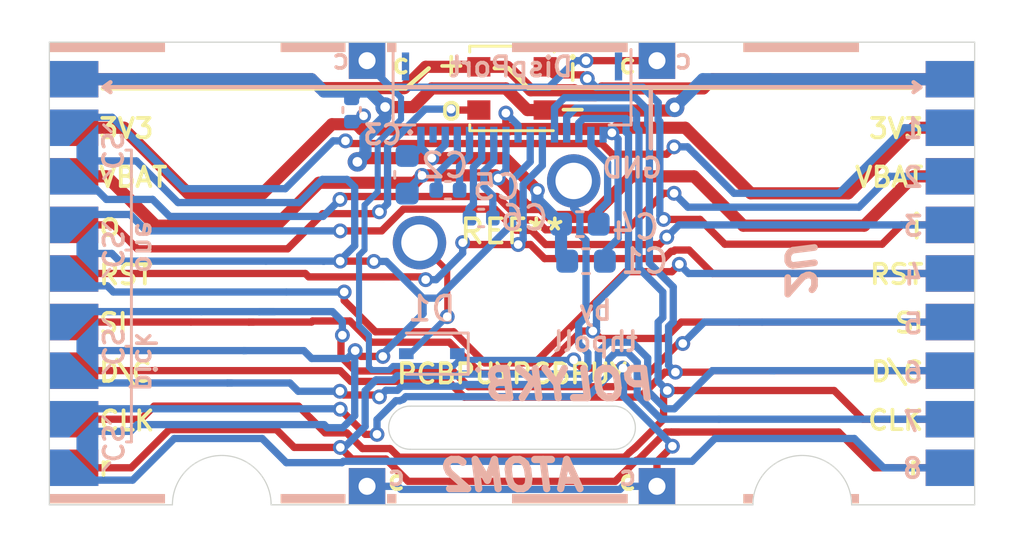
<source format=kicad_pcb>
(kicad_pcb (version 20171130) (host pcbnew "(5.1.9)-1")

  (general
    (thickness 1.6)
    (drawings 106)
    (tracks 578)
    (zones 0)
    (modules 19)
    (nets 28)
  )

  (page A4)
  (layers
    (0 F.Cu signal)
    (31 B.Cu signal)
    (32 B.Adhes user)
    (33 F.Adhes user)
    (34 B.Paste user)
    (35 F.Paste user)
    (36 B.SilkS user)
    (37 F.SilkS user)
    (38 B.Mask user)
    (39 F.Mask user)
    (40 Dwgs.User user)
    (41 Cmts.User user)
    (42 Eco1.User user)
    (43 Eco2.User user)
    (44 Edge.Cuts user)
    (45 Margin user)
    (46 B.CrtYd user)
    (47 F.CrtYd user)
    (48 B.Fab user)
    (49 F.Fab user)
  )

  (setup
    (last_trace_width 0.254)
    (user_trace_width 0.254)
    (user_trace_width 0.2921)
    (user_trace_width 0.3)
    (user_trace_width 0.4)
    (user_trace_width 0.5)
    (user_trace_width 0.75)
    (user_trace_width 1)
    (trace_clearance 0.13)
    (zone_clearance 0.15)
    (zone_45_only no)
    (trace_min 0.2)
    (via_size 0.8)
    (via_drill 0.4)
    (via_min_size 0.4)
    (via_min_drill 0.3)
    (user_via 0.6096 0.3556)
    (uvia_size 0.3)
    (uvia_drill 0.1)
    (uvias_allowed no)
    (uvia_min_size 0.2)
    (uvia_min_drill 0.1)
    (edge_width 0.05)
    (segment_width 0.2)
    (pcb_text_width 0.3)
    (pcb_text_size 1.5 1.5)
    (mod_edge_width 0.12)
    (mod_text_size 1 1)
    (mod_text_width 0.15)
    (pad_size 1.524 1.524)
    (pad_drill 0.762)
    (pad_to_mask_clearance 0)
    (aux_axis_origin 0 0)
    (visible_elements 7FFFFFFF)
    (pcbplotparams
      (layerselection 0x032ff_ffffffff)
      (usegerberextensions true)
      (usegerberattributes true)
      (usegerberadvancedattributes true)
      (creategerberjobfile false)
      (excludeedgelayer true)
      (linewidth 0.127000)
      (plotframeref false)
      (viasonmask false)
      (mode 1)
      (useauxorigin false)
      (hpglpennumber 1)
      (hpglpenspeed 20)
      (hpglpendiameter 15.000000)
      (psnegative false)
      (psa4output false)
      (plotreference true)
      (plotvalue false)
      (plotinvisibletext false)
      (padsonsilk false)
      (subtractmaskfromsilk true)
      (outputformat 1)
      (mirror false)
      (drillshape 0)
      (scaleselection 1)
      (outputdirectory "Gerber/"))
  )

  (net 0 "")
  (net 1 /Keyboard/sheet605ED2EB/GND)
  (net 2 /Keyboard/sheet605ED2EB/3V3)
  (net 3 /Keyboard/sheet605ED2EB/4V2)
  (net 4 "Net-(C4-Pad1)")
  (net 5 "Net-(C5-Pad2)")
  (net 6 "Net-(C5-Pad1)")
  (net 7 "Net-(C6-Pad2)")
  (net 8 "Net-(C6-Pad1)")
  (net 9 /Keyboard/sheet605ED2EB/CS)
  (net 10 /Keyboard/sheet605ED2EB/RESET)
  (net 11 /Keyboard/sheet605ED2EB/D-C)
  (net 12 /Keyboard/sheet605ED2EB/SCLK)
  (net 13 /Keyboard/sheet605ED2EB/SDIN)
  (net 14 /Keyboard/sheet605ED2EB/LED_DOUT)
  (net 15 /Keyboard/sheet605ED2EB/LED_DIN)
  (net 16 /Keyboard/sheet605ED2EB/5V)
  (net 17 "Net-(D1-Pad2)")
  (net 18 /Keyboard/sheet605ED2EB/KeyRow)
  (net 19 /Keyboard/sheet605ED2EB/KeyCol)
  (net 20 CS8)
  (net 21 CS7)
  (net 22 CS6)
  (net 23 CS5)
  (net 24 CS4)
  (net 25 CS3)
  (net 26 CS2)
  (net 27 CS1)

  (net_class Default "This is the default net class."
    (clearance 0.13)
    (trace_width 0.25)
    (via_dia 0.8)
    (via_drill 0.4)
    (uvia_dia 0.3)
    (uvia_drill 0.1)
    (add_net /Keyboard/sheet605ED2EB/3V3)
    (add_net /Keyboard/sheet605ED2EB/4V2)
    (add_net /Keyboard/sheet605ED2EB/5V)
    (add_net /Keyboard/sheet605ED2EB/CS)
    (add_net /Keyboard/sheet605ED2EB/D-C)
    (add_net /Keyboard/sheet605ED2EB/GND)
    (add_net /Keyboard/sheet605ED2EB/KeyCol)
    (add_net /Keyboard/sheet605ED2EB/KeyRow)
    (add_net /Keyboard/sheet605ED2EB/LED_DIN)
    (add_net /Keyboard/sheet605ED2EB/LED_DOUT)
    (add_net /Keyboard/sheet605ED2EB/RESET)
    (add_net /Keyboard/sheet605ED2EB/SCLK)
    (add_net /Keyboard/sheet605ED2EB/SDIN)
    (add_net CS1)
    (add_net CS2)
    (add_net CS3)
    (add_net CS4)
    (add_net CS5)
    (add_net CS6)
    (add_net CS7)
    (add_net CS8)
    (add_net "Net-(C4-Pad1)")
    (add_net "Net-(C5-Pad1)")
    (add_net "Net-(C5-Pad2)")
    (add_net "Net-(C6-Pad1)")
    (add_net "Net-(C6-Pad2)")
    (add_net "Net-(D1-Pad2)")
  )

  (module poly_kb:Stabilizer_Cherry_MX_2u_Only2 (layer F.Cu) (tedit 6149D6C9) (tstamp 614A3451)
    (at 246.6975 118.11)
    (descr "Cherry MX key stabilizer 2u 2.25u 2.5u 2.75u")
    (tags "Cherry MX key stabilizer 2u 2.25u 2.5u 2.75u")
    (attr virtual)
    (fp_text reference REF** (at 0 -3) (layer F.SilkS)
      (effects (font (size 1 1) (thickness 0.15)))
    )
    (fp_text value Stabilizer_Cherry_MX_2u_Only2 (at 0 3.2) (layer F.Fab)
      (effects (font (size 1 1) (thickness 0.15)))
    )
    (fp_text user REF** (at 0 0) (layer F.Fab)
      (effects (font (size 1 1) (thickness 0.15)))
    )
    (fp_line (start 0 2) (end 0 -2) (layer Dwgs.User) (width 0.1))
    (fp_line (start -2 0) (end 2 0) (layer Dwgs.User) (width 0.1))
    (pad ~ np_thru_hole circle (at 11.938 -6.985) (size 3.048 3.048) (drill 3.048) (layers *.Cu *.Mask))
    (pad ~ np_thru_hole circle (at -11.938 -6.985) (size 3.048 3.048) (drill 3.048) (layers *.Cu *.Mask))
    (model ${KIPRJMOD}/Switch_Keyboard/packages3d/Mounting_Keyboard_Stabilizer.3dshapes/Stabilizer_Cherry_MX_2u.wrl
      (at (xyz 0 0 0))
      (scale (xyz 1 1 1))
      (rotate (xyz 0 0 0))
    )
  )

  (module Diode_SMD:D_SOD-323 (layer B.Cu) (tedit 58641739) (tstamp 613F4AAC)
    (at 243.3955 120.142 180)
    (descr SOD-323)
    (tags SOD-323)
    (path /60775168/605ED310/60DD5B2A)
    (attr smd)
    (fp_text reference D1 (at 0 1.85) (layer B.SilkS)
      (effects (font (size 1 1) (thickness 0.15)) (justify mirror))
    )
    (fp_text value D_Small (at 0.1 -1.9) (layer B.Fab)
      (effects (font (size 1 1) (thickness 0.15)) (justify mirror))
    )
    (fp_line (start -1.5 0.85) (end -1.5 -0.85) (layer B.SilkS) (width 0.12))
    (fp_line (start 0.2 0) (end 0.45 0) (layer B.Fab) (width 0.1))
    (fp_line (start 0.2 -0.35) (end -0.3 0) (layer B.Fab) (width 0.1))
    (fp_line (start 0.2 0.35) (end 0.2 -0.35) (layer B.Fab) (width 0.1))
    (fp_line (start -0.3 0) (end 0.2 0.35) (layer B.Fab) (width 0.1))
    (fp_line (start -0.3 0) (end -0.5 0) (layer B.Fab) (width 0.1))
    (fp_line (start -0.3 0.35) (end -0.3 -0.35) (layer B.Fab) (width 0.1))
    (fp_line (start -0.9 -0.7) (end -0.9 0.7) (layer B.Fab) (width 0.1))
    (fp_line (start 0.9 -0.7) (end -0.9 -0.7) (layer B.Fab) (width 0.1))
    (fp_line (start 0.9 0.7) (end 0.9 -0.7) (layer B.Fab) (width 0.1))
    (fp_line (start -0.9 0.7) (end 0.9 0.7) (layer B.Fab) (width 0.1))
    (fp_line (start -1.6 0.95) (end 1.6 0.95) (layer B.CrtYd) (width 0.05))
    (fp_line (start 1.6 0.95) (end 1.6 -0.95) (layer B.CrtYd) (width 0.05))
    (fp_line (start -1.6 -0.95) (end 1.6 -0.95) (layer B.CrtYd) (width 0.05))
    (fp_line (start -1.6 0.95) (end -1.6 -0.95) (layer B.CrtYd) (width 0.05))
    (fp_line (start -1.5 -0.85) (end 1.05 -0.85) (layer B.SilkS) (width 0.12))
    (fp_line (start -1.5 0.85) (end 1.05 0.85) (layer B.SilkS) (width 0.12))
    (fp_text user %R (at 0 1.85) (layer B.Fab)
      (effects (font (size 1 1) (thickness 0.15)) (justify mirror))
    )
    (pad 2 smd rect (at 1.05 0 180) (size 0.6 0.45) (layers B.Cu B.Paste B.Mask)
      (net 17 "Net-(D1-Pad2)"))
    (pad 1 smd rect (at -1.05 0 180) (size 0.6 0.45) (layers B.Cu B.Paste B.Mask)
      (net 19 /Keyboard/sheet605ED2EB/KeyCol))
    (model ${KISYS3DMOD}/Diode_SMD.3dshapes/D_SOD-323.wrl
      (at (xyz 0 0 0))
      (scale (xyz 1 1 1))
      (rotate (xyz 0 0 0))
    )
  )

  (module poly_kb:FPC_16_JUSHUO_AFC05_S16FIA_00 (layer B.Cu) (tedit 6140915F) (tstamp 613F4AD2)
    (at 246.6975 111.125)
    (path /60775168/605ED310/5FC4B7AD)
    (attr smd)
    (fp_text reference J1 (at 0 -1.475) (layer B.SilkS) hide
      (effects (font (size 1 1) (thickness 0.15)) (justify mirror))
    )
    (fp_text value Conn_01x16 (at 0 -2.625) (layer B.Fab)
      (effects (font (size 1 1) (thickness 0.15)) (justify mirror))
    )
    (fp_line (start -4.895 -3.5) (end -4.895 -0.4) (layer B.SilkS) (width 0.12))
    (fp_line (start 4.9 -3.505) (end 4.9 -0.4) (layer B.SilkS) (width 0.12))
    (fp_line (start -4.895 -0.4) (end -4 -0.4) (layer B.SilkS) (width 0.12))
    (fp_line (start 4.895 -0.4) (end 4 -0.4) (layer B.SilkS) (width 0.12))
    (fp_line (start -4.9 -0.45) (end 4.9 -0.45) (layer B.CrtYd) (width 0.05))
    (fp_line (start 4.9 -0.45) (end 4.9 -3.5) (layer B.CrtYd) (width 0.05))
    (fp_line (start -4.9 -3.5) (end 4.9 -3.5) (layer B.CrtYd) (width 0.05))
    (fp_line (start -4.9 -0.45) (end -4.9 -3.5) (layer B.CrtYd) (width 0.05))
    (pad 0 smd rect (at 4.385 -2.81) (size 0.3 1.15) (layers B.Cu B.Paste B.Mask))
    (pad 0 smd rect (at -4.385 -2.81) (size 0.3 1.15) (layers B.Cu B.Paste B.Mask))
    (pad 16 smd rect (at 3.75 0) (size 0.3 0.65) (layers B.Cu B.Paste B.Mask)
      (net 2 /Keyboard/sheet605ED2EB/3V3))
    (pad 15 smd rect (at 3.25 0) (size 0.3 0.65) (layers B.Cu B.Paste B.Mask)
      (net 4 "Net-(C4-Pad1)"))
    (pad 14 smd rect (at 2.75 0) (size 0.3 0.65) (layers B.Cu B.Paste B.Mask)
      (net 13 /Keyboard/sheet605ED2EB/SDIN))
    (pad 13 smd rect (at 2.25 0) (size 0.3 0.65) (layers B.Cu B.Paste B.Mask)
      (net 12 /Keyboard/sheet605ED2EB/SCLK))
    (pad 12 smd rect (at 1.75 0) (size 0.3 0.65) (layers B.Cu B.Paste B.Mask)
      (net 11 /Keyboard/sheet605ED2EB/D-C))
    (pad 11 smd rect (at 1.25 0) (size 0.3 0.65) (layers B.Cu B.Paste B.Mask)
      (net 10 /Keyboard/sheet605ED2EB/RESET))
    (pad 10 smd rect (at 0.75 0) (size 0.3 0.65) (layers B.Cu B.Paste B.Mask)
      (net 9 /Keyboard/sheet605ED2EB/CS))
    (pad 9 smd rect (at 0.25 0) (size 0.3 0.65) (layers B.Cu B.Paste B.Mask)
      (net 2 /Keyboard/sheet605ED2EB/3V3))
    (pad 8 smd rect (at -0.25 0) (size 0.3 0.65) (layers B.Cu B.Paste B.Mask)
      (net 3 /Keyboard/sheet605ED2EB/4V2))
    (pad 7 smd rect (at -0.75 0) (size 0.3 0.65) (layers B.Cu B.Paste B.Mask)
      (net 7 "Net-(C6-Pad2)"))
    (pad 6 smd rect (at -1.25 0) (size 0.3 0.65) (layers B.Cu B.Paste B.Mask)
      (net 8 "Net-(C6-Pad1)"))
    (pad 5 smd rect (at -1.75 0) (size 0.3 0.65) (layers B.Cu B.Paste B.Mask)
      (net 5 "Net-(C5-Pad2)"))
    (pad 4 smd rect (at -2.25 0) (size 0.3 0.65) (layers B.Cu B.Paste B.Mask)
      (net 6 "Net-(C5-Pad1)"))
    (pad 3 smd rect (at -2.75 0) (size 0.3 0.65) (layers B.Cu B.Paste B.Mask)
      (net 1 /Keyboard/sheet605ED2EB/GND))
    (pad 2 smd rect (at -3.25 0) (size 0.3 0.65) (layers B.Cu B.Paste B.Mask))
    (pad 1 smd rect (at -3.75 0) (size 0.3 0.65) (layers B.Cu B.Paste B.Mask)
      (net 1 /Keyboard/sheet605ED2EB/GND))
  )

  (module poly_kb:SW_Cherry_MX_1.00u_PCB_NoSilk locked (layer F.Cu) (tedit 61409127) (tstamp 613F5E86)
    (at 249.2375 113.03)
    (descr "Cherry MX keyswitch, 1.00u, PCB mount, http://cherryamericas.com/wp-content/uploads/2014/12/mx_cat.pdf")
    (tags "Cherry MX keyswitch 1.00u PCB")
    (path /60775168/605ED310/60DD50C7)
    (fp_text reference SW1 (at -2.4765 3.175) (layer F.SilkS) hide
      (effects (font (size 1 1) (thickness 0.15)))
    )
    (fp_text value SW_Push (at -2.54 12.954) (layer F.Fab)
      (effects (font (size 1 1) (thickness 0.15)))
    )
    (fp_line (start -8.89 -1.27) (end 3.81 -1.27) (layer F.Fab) (width 0.1))
    (fp_line (start 3.81 -1.27) (end 3.81 11.43) (layer F.Fab) (width 0.1))
    (fp_line (start 3.81 11.43) (end -8.89 11.43) (layer F.Fab) (width 0.1))
    (fp_line (start -8.89 11.43) (end -8.89 -1.27) (layer F.Fab) (width 0.1))
    (fp_line (start -9.14 11.68) (end -9.14 -1.52) (layer F.CrtYd) (width 0.05))
    (fp_line (start 4.06 11.68) (end -9.14 11.68) (layer F.CrtYd) (width 0.05))
    (fp_line (start 4.06 -1.52) (end 4.06 11.68) (layer F.CrtYd) (width 0.05))
    (fp_line (start -9.14 -1.52) (end 4.06 -1.52) (layer F.CrtYd) (width 0.05))
    (fp_line (start -12.065 -4.445) (end 6.985 -4.445) (layer Dwgs.User) (width 0.15))
    (fp_line (start 6.985 -4.445) (end 6.985 14.605) (layer Dwgs.User) (width 0.15))
    (fp_line (start 6.985 14.605) (end -12.065 14.605) (layer Dwgs.User) (width 0.15))
    (fp_line (start -12.065 14.605) (end -12.065 -4.445) (layer Dwgs.User) (width 0.15))
    (fp_text user %R (at -2.54 -2.794) (layer F.Fab)
      (effects (font (size 1 1) (thickness 0.15)))
    )
    (pad 1 thru_hole circle (at 0 0) (size 2.2 2.2) (drill 1.5) (layers *.Cu *.Mask)
      (net 18 /Keyboard/sheet605ED2EB/KeyRow))
    (pad 2 thru_hole circle (at -6.35 2.54) (size 2.2 2.2) (drill 1.5) (layers *.Cu *.Mask)
      (net 17 "Net-(D1-Pad2)"))
    (pad "" np_thru_hole circle (at -2.54 5.08) (size 4 4) (drill 4) (layers *.Cu *.Mask))
    (pad "" np_thru_hole circle (at -7.62 5.08) (size 1.7 1.7) (drill 1.7) (layers *.Cu *.Mask))
    (pad "" np_thru_hole circle (at 2.54 5.08) (size 1.7 1.7) (drill 1.7) (layers *.Cu *.Mask))
    (model ${KISYS3DMOD}/Button_Switch_Keyboard.3dshapes/SW_Cherry_MX_1.00u_PCB.wrl
      (at (xyz 0 0 0))
      (scale (xyz 1 1 1))
      (rotate (xyz 0 0 0))
    )
    (model ${KISYS3DMOD}/SW_Cherry_MX_PCB.wrl
      (offset (xyz -2.54 -5.08 0))
      (scale (xyz 1 1 1))
      (rotate (xyz 0 0 0))
    )
  )

  (module poly_kb:AtomConnectCS (layer B.Cu) (tedit 61408B88) (tstamp 6140566D)
    (at 228.6635 116.84 270)
    (path /60775168/613F0D03)
    (fp_text reference J5 (at 0 2.4 90) (layer B.SilkS) hide
      (effects (font (size 1 1) (thickness 0.15)) (justify mirror))
    )
    (fp_text value WestBack (at 0 -2.2 90) (layer B.Fab)
      (effects (font (size 1 1) (thickness 0.15)) (justify mirror))
    )
    (pad 10 smd custom (at 6.5 -0.75 270) (size 0.5 0.5) (layers B.Cu B.Paste B.Mask)
      (net 9 /Keyboard/sheet605ED2EB/CS) (zone_connect 0)
      (options (clearance outline) (anchor circle))
      (primitives
        (gr_poly (pts
           (xy 0.75 0.65) (xy 1.65 -0.25) (xy 0.75 -0.25)) (width 0))
        (gr_poly (pts
           (xy 0.25 0.65) (xy -0.65 -0.25) (xy 0.25 -0.25)) (width 0))
        (gr_poly (pts
           (xy 0.75 -0.25) (xy 0.25 -0.25) (xy 0.25 0.65) (xy 0.75 0.65)) (width 0))
      ))
    (pad 10 smd custom (at 2.5 -0.75 270) (size 0.5 0.5) (layers B.Cu B.Paste B.Mask)
      (net 9 /Keyboard/sheet605ED2EB/CS) (zone_connect 0)
      (options (clearance outline) (anchor circle))
      (primitives
        (gr_poly (pts
           (xy 0.75 0.65) (xy 1.65 -0.25) (xy 0.75 -0.25)) (width 0))
        (gr_poly (pts
           (xy 0.25 0.65) (xy -0.65 -0.25) (xy 0.25 -0.25)) (width 0))
        (gr_poly (pts
           (xy 0.75 -0.25) (xy 0.25 -0.25) (xy 0.25 0.65) (xy 0.75 0.65)) (width 0))
      ))
    (pad 10 smd custom (at -1.5 -0.75 270) (size 0.5 0.5) (layers B.Cu B.Paste B.Mask)
      (net 9 /Keyboard/sheet605ED2EB/CS) (zone_connect 0)
      (options (clearance outline) (anchor circle))
      (primitives
        (gr_poly (pts
           (xy 0.75 0.65) (xy 1.65 -0.25) (xy 0.75 -0.25)) (width 0))
        (gr_poly (pts
           (xy 0.25 0.65) (xy -0.65 -0.25) (xy 0.25 -0.25)) (width 0))
        (gr_poly (pts
           (xy 0.75 -0.25) (xy 0.25 -0.25) (xy 0.25 0.65) (xy 0.75 0.65)) (width 0))
      ))
    (pad 10 smd custom (at -5.5 -0.75 270) (size 0.5 0.5) (layers B.Cu B.Paste B.Mask)
      (net 9 /Keyboard/sheet605ED2EB/CS) (zone_connect 0)
      (options (clearance outline) (anchor circle))
      (primitives
        (gr_poly (pts
           (xy 0.75 0.65) (xy 1.65 -0.25) (xy 0.75 -0.25)) (width 0))
        (gr_poly (pts
           (xy 0.25 0.65) (xy -0.65 -0.25) (xy 0.25 -0.25)) (width 0))
        (gr_poly (pts
           (xy 0.75 -0.25) (xy 0.25 -0.25) (xy 0.25 0.65) (xy 0.75 0.65)) (width 0))
      ))
    (pad 9 smd custom (at 8 0.5 90) (size 1 1) (layers B.Cu B.Paste B.Mask)
      (net 20 CS8) (zone_connect 0)
      (options (clearance outline) (anchor rect))
      (primitives
        (gr_poly (pts
           (xy 0.75 0.3) (xy 0.75 -0.5) (xy -0.75 -0.5) (xy -0.75 1.5) (xy -0.45 1.5)
) (width 0))
      ))
    (pad 8 smd custom (at 6 0.5 90) (size 1 1) (layers B.Cu B.Paste B.Mask)
      (net 21 CS7) (zone_connect 0)
      (options (clearance outline) (anchor rect))
      (primitives
        (gr_poly (pts
           (xy -0.75 0.3) (xy -0.75 -0.5) (xy 0.75 -0.5) (xy 0.75 1.5) (xy 0.45 1.5)
) (width 0))
      ))
    (pad 7 smd custom (at 4 0.5 90) (size 1 1) (layers B.Cu B.Paste B.Mask)
      (net 22 CS6) (zone_connect 0)
      (options (clearance outline) (anchor rect))
      (primitives
        (gr_poly (pts
           (xy 0.75 0.3) (xy 0.75 -0.5) (xy -0.75 -0.5) (xy -0.75 1.5) (xy -0.45 1.5)
) (width 0))
      ))
    (pad 6 smd custom (at 2 0.5 90) (size 1 1) (layers B.Cu B.Paste B.Mask)
      (net 23 CS5) (zone_connect 0)
      (options (clearance outline) (anchor rect))
      (primitives
        (gr_poly (pts
           (xy -0.75 0.3) (xy -0.75 -0.5) (xy 0.75 -0.5) (xy 0.75 1.5) (xy 0.45 1.5)
) (width 0))
      ))
    (pad 5 smd custom (at 0 0.5 90) (size 1 1) (layers B.Cu B.Paste B.Mask)
      (net 24 CS4) (zone_connect 0)
      (options (clearance outline) (anchor rect))
      (primitives
        (gr_poly (pts
           (xy 0.75 0.3) (xy 0.75 -0.5) (xy -0.75 -0.5) (xy -0.75 1.5) (xy -0.45 1.5)
) (width 0))
      ))
    (pad 4 smd custom (at -2 0.5 90) (size 1 1) (layers B.Cu B.Paste B.Mask)
      (net 25 CS3) (zone_connect 0)
      (options (clearance outline) (anchor rect))
      (primitives
        (gr_poly (pts
           (xy -0.75 0.3) (xy -0.75 -0.5) (xy 0.75 -0.5) (xy 0.75 1.5) (xy 0.45 1.5)
) (width 0))
      ))
    (pad 3 smd custom (at -4 0.5 90) (size 1 1) (layers B.Cu B.Paste B.Mask)
      (net 26 CS2) (zone_connect 0)
      (options (clearance outline) (anchor rect))
      (primitives
        (gr_poly (pts
           (xy 0.75 0.3) (xy 0.75 -0.5) (xy -0.75 -0.5) (xy -0.75 1.5) (xy -0.45 1.5)
) (width 0))
      ))
    (pad 2 smd custom (at -6 0.5 90) (size 1 1) (layers B.Cu B.Paste B.Mask)
      (net 27 CS1) (zone_connect 0)
      (options (clearance outline) (anchor rect))
      (primitives
        (gr_poly (pts
           (xy -0.75 0.3) (xy -0.75 -0.5) (xy 0.75 -0.5) (xy 0.75 1.5) (xy 0.45 1.5)
) (width 0))
      ))
    (pad 1 smd rect (at -8 0 270) (size 1.5 2) (layers B.Cu B.Paste B.Mask)
      (net 1 /Keyboard/sheet605ED2EB/GND) (zone_connect 0))
  )

  (module poly_kb:AtomConnect2 (layer B.Cu) (tedit 61407A48) (tstamp 613F4B1E)
    (at 264.7315 116.84 270)
    (path /60775168/613EFBA3)
    (fp_text reference J6 (at 0 -2.159 90) (layer B.SilkS) hide
      (effects (font (size 1 1) (thickness 0.15)) (justify mirror))
    )
    (fp_text value EastBack (at 0 -2.2 90) (layer B.Fab)
      (effects (font (size 1 1) (thickness 0.15)) (justify mirror))
    )
    (pad 9 smd rect (at 8 0 270) (size 1.5 2) (layers B.Cu B.Paste B.Mask)
      (net 20 CS8))
    (pad 8 smd rect (at 6 0 270) (size 1.5 2) (layers B.Cu B.Paste B.Mask)
      (net 21 CS7))
    (pad 7 smd rect (at 4 0 270) (size 1.5 2) (layers B.Cu B.Paste B.Mask)
      (net 22 CS6))
    (pad 1 smd rect (at -8 0 270) (size 1.5 2) (layers B.Cu B.Paste B.Mask)
      (net 1 /Keyboard/sheet605ED2EB/GND))
    (pad 6 smd rect (at 2 0 270) (size 1.5 2) (layers B.Cu B.Paste B.Mask)
      (net 23 CS5))
    (pad 2 smd rect (at -6 0 270) (size 1.5 2) (layers B.Cu B.Paste B.Mask)
      (net 27 CS1))
    (pad 3 smd rect (at -4 0 270) (size 1.5 2) (layers B.Cu B.Paste B.Mask)
      (net 26 CS2))
    (pad 4 smd rect (at -2 0 270) (size 1.5 2) (layers B.Cu B.Paste B.Mask)
      (net 25 CS3))
    (pad 5 smd rect (at 0 0 270) (size 1.5 2) (layers B.Cu B.Paste B.Mask)
      (net 24 CS4))
  )

  (module poly_kb:AtomConnect2 (layer F.Cu) (tedit 61407A48) (tstamp 613F4AF8)
    (at 264.7315 116.84 270)
    (path /60775168/60DD874F)
    (fp_text reference J4 (at 0 -2.4 90) (layer F.SilkS) hide
      (effects (font (size 1 1) (thickness 0.15)))
    )
    (fp_text value EastFront (at 0 2.2 90) (layer F.Fab)
      (effects (font (size 1 1) (thickness 0.15)))
    )
    (pad 9 smd rect (at 8 0 270) (size 1.5 2) (layers F.Cu F.Paste F.Mask)
      (net 18 /Keyboard/sheet605ED2EB/KeyRow))
    (pad 8 smd rect (at 6 0 270) (size 1.5 2) (layers F.Cu F.Paste F.Mask)
      (net 12 /Keyboard/sheet605ED2EB/SCLK))
    (pad 7 smd rect (at 4 0 270) (size 1.5 2) (layers F.Cu F.Paste F.Mask)
      (net 11 /Keyboard/sheet605ED2EB/D-C))
    (pad 1 smd rect (at -8 0 270) (size 1.5 2) (layers F.Cu F.Paste F.Mask)
      (net 16 /Keyboard/sheet605ED2EB/5V))
    (pad 6 smd rect (at 2 0 270) (size 1.5 2) (layers F.Cu F.Paste F.Mask)
      (net 13 /Keyboard/sheet605ED2EB/SDIN))
    (pad 2 smd rect (at -6 0 270) (size 1.5 2) (layers F.Cu F.Paste F.Mask)
      (net 2 /Keyboard/sheet605ED2EB/3V3))
    (pad 3 smd rect (at -4 0 270) (size 1.5 2) (layers F.Cu F.Paste F.Mask)
      (net 3 /Keyboard/sheet605ED2EB/4V2))
    (pad 4 smd rect (at -2 0 270) (size 1.5 2) (layers F.Cu F.Paste F.Mask)
      (net 15 /Keyboard/sheet605ED2EB/LED_DIN))
    (pad 5 smd rect (at 0 0 270) (size 1.5 2) (layers F.Cu F.Paste F.Mask)
      (net 10 /Keyboard/sheet605ED2EB/RESET))
  )

  (module poly_kb:AtomConnect2 (layer F.Cu) (tedit 61407A48) (tstamp 613F4AE5)
    (at 228.6635 116.84 270)
    (path /60775168/6132B688)
    (fp_text reference J3 (at 0 -2.4 90) (layer F.SilkS) hide
      (effects (font (size 1 1) (thickness 0.15)))
    )
    (fp_text value WestFront (at 0 2.2 90) (layer F.Fab)
      (effects (font (size 1 1) (thickness 0.15)))
    )
    (pad 9 smd rect (at 8 0 270) (size 1.5 2) (layers F.Cu F.Paste F.Mask)
      (net 18 /Keyboard/sheet605ED2EB/KeyRow))
    (pad 8 smd rect (at 6 0 270) (size 1.5 2) (layers F.Cu F.Paste F.Mask)
      (net 12 /Keyboard/sheet605ED2EB/SCLK))
    (pad 7 smd rect (at 4 0 270) (size 1.5 2) (layers F.Cu F.Paste F.Mask)
      (net 11 /Keyboard/sheet605ED2EB/D-C))
    (pad 1 smd rect (at -8 0 270) (size 1.5 2) (layers F.Cu F.Paste F.Mask)
      (net 16 /Keyboard/sheet605ED2EB/5V))
    (pad 6 smd rect (at 2 0 270) (size 1.5 2) (layers F.Cu F.Paste F.Mask)
      (net 13 /Keyboard/sheet605ED2EB/SDIN))
    (pad 2 smd rect (at -6 0 270) (size 1.5 2) (layers F.Cu F.Paste F.Mask)
      (net 2 /Keyboard/sheet605ED2EB/3V3))
    (pad 3 smd rect (at -4 0 270) (size 1.5 2) (layers F.Cu F.Paste F.Mask)
      (net 3 /Keyboard/sheet605ED2EB/4V2))
    (pad 4 smd rect (at -2 0 270) (size 1.5 2) (layers F.Cu F.Paste F.Mask)
      (net 14 /Keyboard/sheet605ED2EB/LED_DOUT))
    (pad 5 smd rect (at 0 0 270) (size 1.5 2) (layers F.Cu F.Paste F.Mask)
      (net 10 /Keyboard/sheet605ED2EB/RESET))
  )

  (module poly_kb:TestPoin_1.5x1.5mm_Drill0.7mm (layer F.Cu) (tedit 61406E0F) (tstamp 61407B7F)
    (at 252.6665 125.603)
    (descr "THT rectangular pad as test Point, square 1.5mm side length, hole diameter 0.7mm")
    (tags "test point THT pad rectangle square")
    (path /60775168/61444659)
    (attr virtual)
    (fp_text reference J9 (at -1.397 0.127) (layer F.SilkS) hide
      (effects (font (size 0.8 0.8) (thickness 0.153)))
    )
    (fp_text value South2 (at 0 1.75) (layer F.Fab)
      (effects (font (size 1 1) (thickness 0.15)))
    )
    (fp_text user %R (at 0 -1.65) (layer F.Fab)
      (effects (font (size 1 1) (thickness 0.15)))
    )
    (pad 1 thru_hole rect (at 0 0) (size 1.5 1.5) (drill 0.7) (layers *.Cu *.Mask)
      (net 19 /Keyboard/sheet605ED2EB/KeyCol))
  )

  (module poly_kb:TestPoin_1.5x1.5mm_Drill0.7mm (layer F.Cu) (tedit 61406E0F) (tstamp 61407B71)
    (at 240.7285 108.077)
    (descr "THT rectangular pad as test Point, square 1.5mm side length, hole diameter 0.7mm")
    (tags "test point THT pad rectangle square")
    (path /60775168/61441F3E)
    (attr virtual)
    (fp_text reference J8 (at -1.143 0) (layer F.SilkS) hide
      (effects (font (size 0.8 0.8) (thickness 0.153)))
    )
    (fp_text value North2 (at 0 1.75) (layer F.Fab)
      (effects (font (size 1 1) (thickness 0.15)))
    )
    (fp_text user %R (at 0 -1.65) (layer F.Fab) hide
      (effects (font (size 1 1) (thickness 0.15)))
    )
    (pad 1 thru_hole rect (at 0 0) (size 1.5 1.5) (drill 0.7) (layers *.Cu *.Mask)
      (net 19 /Keyboard/sheet605ED2EB/KeyCol))
  )

  (module poly_kb:TestPoin_1.5x1.5mm_Drill0.7mm (layer F.Cu) (tedit 61406E0F) (tstamp 6140A051)
    (at 240.7285 125.603)
    (descr "THT rectangular pad as test Point, square 1.5mm side length, hole diameter 0.7mm")
    (tags "test point THT pad rectangle square")
    (path /60775168/61410C7E)
    (attr virtual)
    (fp_text reference J7 (at 1.397 0.127) (layer F.SilkS) hide
      (effects (font (size 0.8 0.8) (thickness 0.153)))
    )
    (fp_text value South (at 0 1.75) (layer F.Fab)
      (effects (font (size 1 1) (thickness 0.15)))
    )
    (fp_text user %R (at 0 -1.65) (layer F.Fab)
      (effects (font (size 1 1) (thickness 0.15)))
    )
    (pad 1 thru_hole rect (at 0 0) (size 1.5 1.5) (drill 0.7) (layers *.Cu *.Mask)
      (net 19 /Keyboard/sheet605ED2EB/KeyCol))
  )

  (module poly_kb:TestPoin_1.5x1.5mm_Drill0.7mm (layer F.Cu) (tedit 61406E0F) (tstamp 61407AC5)
    (at 252.6665 108.077)
    (descr "THT rectangular pad as test Point, square 1.5mm side length, hole diameter 0.7mm")
    (tags "test point THT pad rectangle square")
    (path /60775168/61409CF2)
    (attr virtual)
    (fp_text reference J2 (at 1.143 -0.127) (layer F.SilkS) hide
      (effects (font (size 0.8 0.8) (thickness 0.153)))
    )
    (fp_text value North (at 0 1.75) (layer F.Fab)
      (effects (font (size 1 1) (thickness 0.15)))
    )
    (fp_text user %R (at 0 -1.65) (layer F.Fab)
      (effects (font (size 1 1) (thickness 0.15)))
    )
    (pad 1 thru_hole rect (at 0 0) (size 1.5 1.5) (drill 0.7) (layers *.Cu *.Mask)
      (net 19 /Keyboard/sheet605ED2EB/KeyCol))
  )

  (module Capacitor_SMD:C_0603_1608Metric (layer B.Cu) (tedit 5F68FEEE) (tstamp 613F4A72)
    (at 249.4915 114.808 180)
    (descr "Capacitor SMD 0603 (1608 Metric), square (rectangular) end terminal, IPC_7351 nominal, (Body size source: IPC-SM-782 page 76, https://www.pcb-3d.com/wordpress/wp-content/uploads/ipc-sm-782a_amendment_1_and_2.pdf), generated with kicad-footprint-generator")
    (tags capacitor)
    (path /60775168/605ED310/607EA96B)
    (attr smd)
    (fp_text reference C4 (at -2.286 -0.127) (layer B.SilkS)
      (effects (font (size 1 1) (thickness 0.15)) (justify mirror))
    )
    (fp_text value 4.7uF (at 0 -1.43) (layer B.Fab)
      (effects (font (size 1 1) (thickness 0.15)) (justify mirror))
    )
    (fp_line (start -0.8 -0.4) (end -0.8 0.4) (layer B.Fab) (width 0.1))
    (fp_line (start -0.8 0.4) (end 0.8 0.4) (layer B.Fab) (width 0.1))
    (fp_line (start 0.8 0.4) (end 0.8 -0.4) (layer B.Fab) (width 0.1))
    (fp_line (start 0.8 -0.4) (end -0.8 -0.4) (layer B.Fab) (width 0.1))
    (fp_line (start -0.14058 0.51) (end 0.14058 0.51) (layer B.SilkS) (width 0.12))
    (fp_line (start -0.14058 -0.51) (end 0.14058 -0.51) (layer B.SilkS) (width 0.12))
    (fp_line (start -1.48 -0.73) (end -1.48 0.73) (layer B.CrtYd) (width 0.05))
    (fp_line (start -1.48 0.73) (end 1.48 0.73) (layer B.CrtYd) (width 0.05))
    (fp_line (start 1.48 0.73) (end 1.48 -0.73) (layer B.CrtYd) (width 0.05))
    (fp_line (start 1.48 -0.73) (end -1.48 -0.73) (layer B.CrtYd) (width 0.05))
    (fp_text user %R (at 0 0) (layer B.Fab)
      (effects (font (size 0.4 0.4) (thickness 0.06)) (justify mirror))
    )
    (pad 2 smd roundrect (at 0.775 0 180) (size 0.9 0.95) (layers B.Cu B.Paste B.Mask) (roundrect_rratio 0.25)
      (net 1 /Keyboard/sheet605ED2EB/GND))
    (pad 1 smd roundrect (at -0.775 0 180) (size 0.9 0.95) (layers B.Cu B.Paste B.Mask) (roundrect_rratio 0.25)
      (net 4 "Net-(C4-Pad1)"))
    (model ${KISYS3DMOD}/Capacitor_SMD.3dshapes/C_0603_1608Metric.wrl
      (at (xyz 0 0 0))
      (scale (xyz 1 1 1))
      (rotate (xyz 0 0 0))
    )
  )

  (module poly_kb:WS2812B-Mini (layer F.Cu) (tedit 5FC48428) (tstamp 613F4B34)
    (at 246.6975 109.22)
    (path /60775168/605ED310/607EA967)
    (attr smd)
    (fp_text reference LED1 (at 0 0 180) (layer F.SilkS) hide
      (effects (font (size 0.6 0.6) (thickness 0.15)))
    )
    (fp_text value WS2812B-Mini (at 0 0 180) (layer F.Fab)
      (effects (font (size 0.6 0.6) (thickness 0.15)))
    )
    (fp_line (start -1.74 1.74) (end 1.74 1.74) (layer F.CrtYd) (width 0.05))
    (fp_line (start 1.74 -1.74) (end -1.74 -1.74) (layer F.CrtYd) (width 0.05))
    (fp_line (start 0.94 1.74) (end 1.7 1.74) (layer F.SilkS) (width 0.12))
    (fp_line (start 1.74 -1.74) (end 1.74 -1.5) (layer F.SilkS) (width 0.12))
    (fp_line (start -1.74 -1.74) (end -1.74 -1.5) (layer F.SilkS) (width 0.12))
    (fp_line (start -1.74 1.74) (end -1.74 1.5) (layer F.SilkS) (width 0.12))
    (fp_line (start 1.74 1.74) (end 1.74 -1.74) (layer F.CrtYd) (width 0.05))
    (fp_line (start -1.74 1.74) (end -1.74 -1.74) (layer F.CrtYd) (width 0.05))
    (fp_line (start -1.74 -1.74) (end 1.74 -1.74) (layer F.SilkS) (width 0.12))
    (fp_line (start 0.94 1.74) (end -1.74 1.74) (layer F.SilkS) (width 0.12))
    (fp_text user i (at 2.5 -0.8) (layer F.SilkS)
      (effects (font (size 1 1) (thickness 0.15)))
    )
    (fp_text user o (at -2.5 0.8) (layer F.SilkS)
      (effects (font (size 1 1) (thickness 0.15)))
    )
    (fp_text user - (at 2.5 0.8) (layer F.SilkS)
      (effects (font (size 1 1) (thickness 0.15)))
    )
    (fp_text user + (at -2.5 -1) (layer F.SilkS)
      (effects (font (size 1 1) (thickness 0.15)))
    )
    (pad 4 smd rect (at 1.365 -0.89 90) (size 0.8 0.95) (layers F.Cu F.Paste F.Mask)
      (net 15 /Keyboard/sheet605ED2EB/LED_DIN))
    (pad 1 smd rect (at -1.365 -0.89 90) (size 0.8 0.95) (layers F.Cu F.Paste F.Mask)
      (net 16 /Keyboard/sheet605ED2EB/5V))
    (pad 3 smd rect (at 1.365 0.89 90) (size 0.8 0.95) (layers F.Cu F.Paste F.Mask)
      (net 1 /Keyboard/sheet605ED2EB/GND))
    (pad 2 smd rect (at -1.365 0.89 90) (size 0.8 0.95) (layers F.Cu F.Paste F.Mask)
      (net 14 /Keyboard/sheet605ED2EB/LED_DOUT))
  )

  (module Capacitor_SMD:C_0402_1005Metric (layer B.Cu) (tedit 5F68FEEE) (tstamp 613F4A94)
    (at 245.4275 114.554)
    (descr "Capacitor SMD 0402 (1005 Metric), square (rectangular) end terminal, IPC_7351 nominal, (Body size source: IPC-SM-782 page 76, https://www.pcb-3d.com/wordpress/wp-content/uploads/ipc-sm-782a_amendment_1_and_2.pdf), generated with kicad-footprint-generator")
    (tags capacitor)
    (path /60775168/605ED310/60788FD5)
    (attr smd)
    (fp_text reference C6 (at 1.778 0) (layer B.SilkS)
      (effects (font (size 1 1) (thickness 0.15)) (justify mirror))
    )
    (fp_text value 1uF (at 0 -1.16) (layer B.Fab)
      (effects (font (size 1 1) (thickness 0.15)) (justify mirror))
    )
    (fp_line (start 0.91 -0.46) (end -0.91 -0.46) (layer B.CrtYd) (width 0.05))
    (fp_line (start 0.91 0.46) (end 0.91 -0.46) (layer B.CrtYd) (width 0.05))
    (fp_line (start -0.91 0.46) (end 0.91 0.46) (layer B.CrtYd) (width 0.05))
    (fp_line (start -0.91 -0.46) (end -0.91 0.46) (layer B.CrtYd) (width 0.05))
    (fp_line (start -0.107836 -0.36) (end 0.107836 -0.36) (layer B.SilkS) (width 0.12))
    (fp_line (start -0.107836 0.36) (end 0.107836 0.36) (layer B.SilkS) (width 0.12))
    (fp_line (start 0.5 -0.25) (end -0.5 -0.25) (layer B.Fab) (width 0.1))
    (fp_line (start 0.5 0.25) (end 0.5 -0.25) (layer B.Fab) (width 0.1))
    (fp_line (start -0.5 0.25) (end 0.5 0.25) (layer B.Fab) (width 0.1))
    (fp_line (start -0.5 -0.25) (end -0.5 0.25) (layer B.Fab) (width 0.1))
    (fp_text user %R (at 0 0) (layer B.Fab)
      (effects (font (size 0.25 0.25) (thickness 0.04)) (justify mirror))
    )
    (pad 2 smd roundrect (at 0.48 0) (size 0.56 0.62) (layers B.Cu B.Paste B.Mask) (roundrect_rratio 0.25)
      (net 7 "Net-(C6-Pad2)"))
    (pad 1 smd roundrect (at -0.48 0) (size 0.56 0.62) (layers B.Cu B.Paste B.Mask) (roundrect_rratio 0.25)
      (net 8 "Net-(C6-Pad1)"))
    (model ${KISYS3DMOD}/Capacitor_SMD.3dshapes/C_0402_1005Metric.wrl
      (at (xyz 0 0 0))
      (scale (xyz 1 1 1))
      (rotate (xyz 0 0 0))
    )
  )

  (module Capacitor_SMD:C_0402_1005Metric (layer B.Cu) (tedit 5F68FEEE) (tstamp 613F4A83)
    (at 244.0585 113.411)
    (descr "Capacitor SMD 0402 (1005 Metric), square (rectangular) end terminal, IPC_7351 nominal, (Body size source: IPC-SM-782 page 76, https://www.pcb-3d.com/wordpress/wp-content/uploads/ipc-sm-782a_amendment_1_and_2.pdf), generated with kicad-footprint-generator")
    (tags capacitor)
    (path /60775168/605ED310/607EA972)
    (attr smd)
    (fp_text reference C5 (at 2.004 -0.127) (layer B.SilkS)
      (effects (font (size 1 1) (thickness 0.15)) (justify mirror))
    )
    (fp_text value 1uF (at 0 -1.16) (layer B.Fab)
      (effects (font (size 1 1) (thickness 0.15)) (justify mirror))
    )
    (fp_line (start 0.91 -0.46) (end -0.91 -0.46) (layer B.CrtYd) (width 0.05))
    (fp_line (start 0.91 0.46) (end 0.91 -0.46) (layer B.CrtYd) (width 0.05))
    (fp_line (start -0.91 0.46) (end 0.91 0.46) (layer B.CrtYd) (width 0.05))
    (fp_line (start -0.91 -0.46) (end -0.91 0.46) (layer B.CrtYd) (width 0.05))
    (fp_line (start -0.107836 -0.36) (end 0.107836 -0.36) (layer B.SilkS) (width 0.12))
    (fp_line (start -0.107836 0.36) (end 0.107836 0.36) (layer B.SilkS) (width 0.12))
    (fp_line (start 0.5 -0.25) (end -0.5 -0.25) (layer B.Fab) (width 0.1))
    (fp_line (start 0.5 0.25) (end 0.5 -0.25) (layer B.Fab) (width 0.1))
    (fp_line (start -0.5 0.25) (end 0.5 0.25) (layer B.Fab) (width 0.1))
    (fp_line (start -0.5 -0.25) (end -0.5 0.25) (layer B.Fab) (width 0.1))
    (fp_text user %R (at 0 0) (layer B.Fab)
      (effects (font (size 0.25 0.25) (thickness 0.04)) (justify mirror))
    )
    (pad 2 smd roundrect (at 0.48 0) (size 0.56 0.62) (layers B.Cu B.Paste B.Mask) (roundrect_rratio 0.25)
      (net 5 "Net-(C5-Pad2)"))
    (pad 1 smd roundrect (at -0.48 0) (size 0.56 0.62) (layers B.Cu B.Paste B.Mask) (roundrect_rratio 0.25)
      (net 6 "Net-(C5-Pad1)"))
    (model ${KISYS3DMOD}/Capacitor_SMD.3dshapes/C_0402_1005Metric.wrl
      (at (xyz 0 0 0))
      (scale (xyz 1 1 1))
      (rotate (xyz 0 0 0))
    )
  )

  (module Capacitor_SMD:C_0402_1005Metric (layer B.Cu) (tedit 5F68FEEE) (tstamp 613F4A61)
    (at 240.0935 110.109 90)
    (descr "Capacitor SMD 0402 (1005 Metric), square (rectangular) end terminal, IPC_7351 nominal, (Body size source: IPC-SM-782 page 76, https://www.pcb-3d.com/wordpress/wp-content/uploads/ipc-sm-782a_amendment_1_and_2.pdf), generated with kicad-footprint-generator")
    (tags capacitor)
    (path /60775168/605ED310/60DCE49F)
    (attr smd)
    (fp_text reference C3 (at -1.016 1.27 180) (layer B.SilkS)
      (effects (font (size 0.8 0.8) (thickness 0.153)) (justify mirror))
    )
    (fp_text value 1uF (at 0 -1.16 90) (layer B.Fab)
      (effects (font (size 1 1) (thickness 0.15)) (justify mirror))
    )
    (fp_line (start 0.91 -0.46) (end -0.91 -0.46) (layer B.CrtYd) (width 0.05))
    (fp_line (start 0.91 0.46) (end 0.91 -0.46) (layer B.CrtYd) (width 0.05))
    (fp_line (start -0.91 0.46) (end 0.91 0.46) (layer B.CrtYd) (width 0.05))
    (fp_line (start -0.91 -0.46) (end -0.91 0.46) (layer B.CrtYd) (width 0.05))
    (fp_line (start -0.107836 -0.36) (end 0.107836 -0.36) (layer B.SilkS) (width 0.12))
    (fp_line (start -0.107836 0.36) (end 0.107836 0.36) (layer B.SilkS) (width 0.12))
    (fp_line (start 0.5 -0.25) (end -0.5 -0.25) (layer B.Fab) (width 0.1))
    (fp_line (start 0.5 0.25) (end 0.5 -0.25) (layer B.Fab) (width 0.1))
    (fp_line (start -0.5 0.25) (end 0.5 0.25) (layer B.Fab) (width 0.1))
    (fp_line (start -0.5 -0.25) (end -0.5 0.25) (layer B.Fab) (width 0.1))
    (fp_text user %R (at 0 0 90) (layer B.Fab)
      (effects (font (size 0.25 0.25) (thickness 0.04)) (justify mirror))
    )
    (pad 2 smd roundrect (at 0.48 0 90) (size 0.56 0.62) (layers B.Cu B.Paste B.Mask) (roundrect_rratio 0.25)
      (net 1 /Keyboard/sheet605ED2EB/GND))
    (pad 1 smd roundrect (at -0.48 0 90) (size 0.56 0.62) (layers B.Cu B.Paste B.Mask) (roundrect_rratio 0.25)
      (net 2 /Keyboard/sheet605ED2EB/3V3))
    (model ${KISYS3DMOD}/Capacitor_SMD.3dshapes/C_0402_1005Metric.wrl
      (at (xyz 0 0 0))
      (scale (xyz 1 1 1))
      (rotate (xyz 0 0 0))
    )
  )

  (module Capacitor_SMD:C_0603_1608Metric (layer B.Cu) (tedit 5F68FEEE) (tstamp 613F4A50)
    (at 242.3795 112.776 90)
    (descr "Capacitor SMD 0603 (1608 Metric), square (rectangular) end terminal, IPC_7351 nominal, (Body size source: IPC-SM-782 page 76, https://www.pcb-3d.com/wordpress/wp-content/uploads/ipc-sm-782a_amendment_1_and_2.pdf), generated with kicad-footprint-generator")
    (tags capacitor)
    (path /60775168/605ED310/607EA977)
    (attr smd)
    (fp_text reference C2 (at 0.381 1.5494 180) (layer B.SilkS)
      (effects (font (size 1 1) (thickness 0.15)) (justify mirror))
    )
    (fp_text value 2.2uF (at 0 -1.43 90) (layer B.Fab)
      (effects (font (size 1 1) (thickness 0.15)) (justify mirror))
    )
    (fp_line (start 1.48 -0.73) (end -1.48 -0.73) (layer B.CrtYd) (width 0.05))
    (fp_line (start 1.48 0.73) (end 1.48 -0.73) (layer B.CrtYd) (width 0.05))
    (fp_line (start -1.48 0.73) (end 1.48 0.73) (layer B.CrtYd) (width 0.05))
    (fp_line (start -1.48 -0.73) (end -1.48 0.73) (layer B.CrtYd) (width 0.05))
    (fp_line (start -0.14058 -0.51) (end 0.14058 -0.51) (layer B.SilkS) (width 0.12))
    (fp_line (start -0.14058 0.51) (end 0.14058 0.51) (layer B.SilkS) (width 0.12))
    (fp_line (start 0.8 -0.4) (end -0.8 -0.4) (layer B.Fab) (width 0.1))
    (fp_line (start 0.8 0.4) (end 0.8 -0.4) (layer B.Fab) (width 0.1))
    (fp_line (start -0.8 0.4) (end 0.8 0.4) (layer B.Fab) (width 0.1))
    (fp_line (start -0.8 -0.4) (end -0.8 0.4) (layer B.Fab) (width 0.1))
    (fp_text user %R (at 0 0 90) (layer B.Fab)
      (effects (font (size 0.4 0.4) (thickness 0.06)) (justify mirror))
    )
    (pad 2 smd roundrect (at 0.775 0 90) (size 0.9 0.95) (layers B.Cu B.Paste B.Mask) (roundrect_rratio 0.25)
      (net 1 /Keyboard/sheet605ED2EB/GND))
    (pad 1 smd roundrect (at -0.775 0 90) (size 0.9 0.95) (layers B.Cu B.Paste B.Mask) (roundrect_rratio 0.25)
      (net 3 /Keyboard/sheet605ED2EB/4V2))
    (model ${KISYS3DMOD}/Capacitor_SMD.3dshapes/C_0603_1608Metric.wrl
      (at (xyz 0 0 0))
      (scale (xyz 1 1 1))
      (rotate (xyz 0 0 0))
    )
  )

  (module Capacitor_SMD:C_0603_1608Metric (layer B.Cu) (tedit 5F68FEEE) (tstamp 613F4A3F)
    (at 249.7455 116.332 180)
    (descr "Capacitor SMD 0603 (1608 Metric), square (rectangular) end terminal, IPC_7351 nominal, (Body size source: IPC-SM-782 page 76, https://www.pcb-3d.com/wordpress/wp-content/uploads/ipc-sm-782a_amendment_1_and_2.pdf), generated with kicad-footprint-generator")
    (tags capacitor)
    (path /60775168/605ED310/607EA96F)
    (attr smd)
    (fp_text reference C1 (at -2.413 0) (layer B.SilkS)
      (effects (font (size 1 1) (thickness 0.15)) (justify mirror))
    )
    (fp_text value 2.2uF (at 0 -1.43) (layer B.Fab)
      (effects (font (size 1 1) (thickness 0.15)) (justify mirror))
    )
    (fp_line (start 1.48 -0.73) (end -1.48 -0.73) (layer B.CrtYd) (width 0.05))
    (fp_line (start 1.48 0.73) (end 1.48 -0.73) (layer B.CrtYd) (width 0.05))
    (fp_line (start -1.48 0.73) (end 1.48 0.73) (layer B.CrtYd) (width 0.05))
    (fp_line (start -1.48 -0.73) (end -1.48 0.73) (layer B.CrtYd) (width 0.05))
    (fp_line (start -0.14058 -0.51) (end 0.14058 -0.51) (layer B.SilkS) (width 0.12))
    (fp_line (start -0.14058 0.51) (end 0.14058 0.51) (layer B.SilkS) (width 0.12))
    (fp_line (start 0.8 -0.4) (end -0.8 -0.4) (layer B.Fab) (width 0.1))
    (fp_line (start 0.8 0.4) (end 0.8 -0.4) (layer B.Fab) (width 0.1))
    (fp_line (start -0.8 0.4) (end 0.8 0.4) (layer B.Fab) (width 0.1))
    (fp_line (start -0.8 -0.4) (end -0.8 0.4) (layer B.Fab) (width 0.1))
    (fp_text user %R (at 0 0) (layer B.Fab)
      (effects (font (size 0.4 0.4) (thickness 0.06)) (justify mirror))
    )
    (pad 2 smd roundrect (at 0.775 0 180) (size 0.9 0.95) (layers B.Cu B.Paste B.Mask) (roundrect_rratio 0.25)
      (net 1 /Keyboard/sheet605ED2EB/GND))
    (pad 1 smd roundrect (at -0.775 0 180) (size 0.9 0.95) (layers B.Cu B.Paste B.Mask) (roundrect_rratio 0.25)
      (net 2 /Keyboard/sheet605ED2EB/3V3))
    (model ${KISYS3DMOD}/Capacitor_SMD.3dshapes/C_0603_1608Metric.wrl
      (at (xyz 0 0 0))
      (scale (xyz 1 1 1))
      (rotate (xyz 0 0 0))
    )
  )

  (gr_poly (pts (xy 260.985 126.3015) (xy 260.6929 126.3015) (xy 260.6548 125.9205) (xy 260.985 125.9205)) (layer B.SilkS) (width 0) (tstamp 614A3E6C))
  (gr_poly (pts (xy 256.6035 126.3015) (xy 256.2225 126.3015) (xy 256.2225 125.9205) (xy 256.6543 125.9205)) (layer F.SilkS) (width 0) (tstamp 614A3E68))
  (gr_poly (pts (xy 232.41 107.723) (xy 227.6475 107.723) (xy 227.6475 107.342) (xy 232.41 107.342)) (layer B.SilkS) (width 0) (tstamp 614A3DD5))
  (gr_poly (pts (xy 232.41 107.723) (xy 227.6475 107.723) (xy 227.6475 107.342) (xy 232.41 107.342)) (layer F.SilkS) (width 0) (tstamp 614A3DCA))
  (gr_poly (pts (xy 232.41 126.3015) (xy 227.6475 126.3015) (xy 227.6475 125.9205) (xy 232.41 125.9205)) (layer F.SilkS) (width 0) (tstamp 614A3DCA))
  (gr_poly (pts (xy 232.41 126.3015) (xy 227.6475 126.3015) (xy 227.6475 125.9205) (xy 232.41 125.9205)) (layer B.SilkS) (width 0) (tstamp 614A3DBB))
  (gr_arc (start 234.7468 126.365) (end 236.7788 126.365) (angle -180) (layer Edge.Cuts) (width 0.05) (tstamp 614A3D04))
  (gr_line (start 232.7148 126.365) (end 227.6475 126.365) (layer Edge.Cuts) (width 0.05) (tstamp 614A3D02))
  (gr_line (start 265.7475 126.365) (end 260.6802 126.365) (layer Edge.Cuts) (width 0.05) (tstamp 614A3CD8))
  (gr_arc (start 258.6482 126.365) (end 260.6802 126.365) (angle -180) (layer Edge.Cuts) (width 0.05))
  (gr_poly (pts (xy 256.6035 126.3015) (xy 256.2225 126.3015) (xy 256.2225 125.9205) (xy 256.6416 125.9205)) (layer B.SilkS) (width 0) (tstamp 61485A26))
  (gr_poly (pts (xy 260.985 107.723) (xy 256.2225 107.723) (xy 256.2225 107.342) (xy 260.985 107.342)) (layer B.SilkS) (width 0) (tstamp 61485A26))
  (gr_poly (pts (xy 260.985 126.3015) (xy 260.6929 126.3015) (xy 260.6421 125.9205) (xy 260.985 125.9205)) (layer F.SilkS) (width 0) (tstamp 614859BE))
  (gr_poly (pts (xy 260.985 107.723) (xy 256.2225 107.723) (xy 256.2225 107.342) (xy 260.985 107.342)) (layer F.SilkS) (width 0) (tstamp 614859BE))
  (gr_text 2U (at 258.5466 116.7384 -90) (layer B.SilkS) (tstamp 61485398)
    (effects (font (size 1.1 1.1) (thickness 0.275) italic) (justify mirror))
  )
  (gr_text PCBPUYPCBPUY (at 246.6975 120.9675) (layer F.SilkS)
    (effects (font (size 0.8 0.8) (thickness 0.15)))
  )
  (gr_text "CUT OUT" (at 246.6975 123.2535) (layer Cmts.User)
    (effects (font (size 1 1) (thickness 0.15)))
  )
  (gr_text c (at 239.649 108.0135) (layer B.SilkS) (tstamp 6142D7F8)
    (effects (font (size 0.8 0.8) (thickness 0.153)) (justify mirror))
  )
  (gr_text c (at 253.746 108.0135) (layer B.SilkS) (tstamp 6142D7F8)
    (effects (font (size 0.8 0.8) (thickness 0.153)) (justify mirror))
  )
  (gr_text c (at 251.46 125.349) (layer F.SilkS) (tstamp 6142D7BC)
    (effects (font (size 0.8 0.8) (thickness 0.153)))
  )
  (gr_poly (pts (xy 239.8395 126.3015) (xy 237.1725 126.3015) (xy 237.1725 125.9205) (xy 239.8395 125.9205)) (layer B.SilkS) (width 0) (tstamp 6142D704))
  (gr_poly (pts (xy 241.935 126.3015) (xy 241.554 126.3015) (xy 241.554 125.9205) (xy 241.935 125.9205)) (layer B.SilkS) (width 0) (tstamp 6142D703))
  (gr_poly (pts (xy 241.935 107.723) (xy 241.554 107.723) (xy 241.554 107.342) (xy 241.935 107.342)) (layer B.SilkS) (width 0) (tstamp 6142D393))
  (gr_poly (pts (xy 239.8395 107.723) (xy 237.1725 107.723) (xy 237.1725 107.342) (xy 239.8395 107.342)) (layer B.SilkS) (width 0) (tstamp 6142D392))
  (gr_poly (pts (xy 241.935 107.723) (xy 241.554 107.723) (xy 241.554 107.342) (xy 241.935 107.342)) (layer F.SilkS) (width 0) (tstamp 6142D393))
  (gr_poly (pts (xy 239.8395 107.723) (xy 237.1725 107.723) (xy 237.1725 107.342) (xy 239.8395 107.342)) (layer F.SilkS) (width 0) (tstamp 6142D392))
  (gr_poly (pts (xy 239.8395 126.3015) (xy 237.1725 126.3015) (xy 237.1725 125.9205) (xy 239.8395 125.9205)) (layer F.SilkS) (width 0))
  (gr_poly (pts (xy 241.935 126.3015) (xy 241.554 126.3015) (xy 241.554 125.9205) (xy 241.935 125.9205)) (layer F.SilkS) (width 0))
  (gr_poly (pts (xy 251.46 107.723) (xy 246.6975 107.723) (xy 246.6975 107.342) (xy 251.46 107.342)) (layer F.SilkS) (width 0) (tstamp 6142D257))
  (gr_poly (pts (xy 251.46 126.3015) (xy 246.6975 126.3015) (xy 246.6975 125.9205) (xy 251.46 125.9205)) (layer F.SilkS) (width 0) (tstamp 6142D257))
  (gr_poly (pts (xy 251.46 126.3015) (xy 246.6975 126.3015) (xy 246.6975 125.9205) (xy 251.46 125.9205)) (layer B.SilkS) (width 0) (tstamp 6142CB99))
  (gr_poly (pts (xy 251.46 107.723) (xy 246.6975 107.723) (xy 246.6975 107.342) (xy 251.46 107.342)) (layer B.SilkS) (width 0))
  (gr_line (start 229.8827 110.7186) (end 230.1875 110.998) (layer B.SilkS) (width 0.12) (tstamp 6141F033))
  (gr_line (start 230.1621 112.6236) (end 229.8827 112.9284) (layer B.SilkS) (width 0.12) (tstamp 6141F032))
  (gr_line (start 229.8573 114.7572) (end 230.1621 115.0366) (layer B.SilkS) (width 0.12) (tstamp 6141F033))
  (gr_line (start 230.1367 116.6622) (end 229.8573 116.967) (layer B.SilkS) (width 0.12) (tstamp 6141F032))
  (gr_line (start 229.8573 118.7196) (end 230.1621 118.999) (layer B.SilkS) (width 0.12) (tstamp 6141F033))
  (gr_line (start 230.1367 120.6246) (end 229.8573 120.9294) (layer B.SilkS) (width 0.12) (tstamp 6141F032))
  (gr_line (start 229.8573 122.7328) (end 230.1621 123.0122) (layer B.SilkS) (width 0.12) (tstamp 6141F02E))
  (gr_line (start 230.1367 124.6378) (end 229.8573 124.9426) (layer B.SilkS) (width 0.12))
  (gr_text "by\nthpoll" (at 250.1265 118.999) (layer B.SilkS)
    (effects (font (size 0.8 0.8) (thickness 0.15)) (justify mirror))
  )
  (gr_line (start 231.0257 123.7742) (end 230.8225 123.7742) (layer B.SilkS) (width 0.12))
  (gr_line (start 231.0257 119.8372) (end 230.7971 119.8372) (layer B.SilkS) (width 0.12))
  (gr_line (start 231.0003 115.8748) (end 230.7971 115.8748) (layer B.SilkS) (width 0.12))
  (gr_line (start 231.0003 111.76) (end 230.7971 111.76) (layer B.SilkS) (width 0.12))
  (gr_line (start 231.0257 111.76) (end 231.0257 123.7742) (layer B.SilkS) (width 0.12))
  (gr_text "pick    one" (at 231.6099 118.1862 -90) (layer B.SilkS)
    (effects (font (size 0.8 0.8) (thickness 0.15)) (justify mirror))
  )
  (gr_line (start 246.5451 108.3818) (end 245.9863 108.3818) (layer F.SilkS) (width 0.18))
  (gr_line (start 247.3579 109.1946) (end 246.5451 108.3818) (layer F.SilkS) (width 0.18))
  (gr_line (start 263.49325 109.1946) (end 247.3579 109.1946) (layer F.SilkS) (width 0.18))
  (gr_line (start 242.316 109.22) (end 243.2685 108.3945) (layer F.SilkS) (width 0.18))
  (gr_line (start 229.85095 109.22) (end 242.316 109.22) (layer F.SilkS) (width 0.18))
  (gr_line (start 252.4125 109.1692) (end 252.4125 111.6838) (layer B.SilkS) (width 0.18))
  (gr_line (start 249.6312 109.1692) (end 263.5123 109.1692) (layer B.SilkS) (width 0.18) (tstamp 6141EC00))
  (gr_line (start 263.5123 109.1692) (end 263.2329 108.966) (layer B.SilkS) (width 0.18) (tstamp 6141EBFF))
  (gr_line (start 263.5123 109.1692) (end 263.2329 109.3724) (layer B.SilkS) (width 0.18) (tstamp 6141EBFE))
  (gr_line (start 229.8827 109.1692) (end 230.1621 109.3724) (layer B.SilkS) (width 0.18))
  (gr_line (start 229.8827 109.1692) (end 230.1621 108.966) (layer B.SilkS) (width 0.18))
  (gr_line (start 249.6312 109.1692) (end 229.8827 109.1692) (layer B.SilkS) (width 0.18))
  (gr_text c (at 251.46 125.1585) (layer B.SilkS) (tstamp 614146CB)
    (effects (font (size 0.8 0.8) (thickness 0.153)) (justify mirror))
  )
  (gr_text c (at 241.935 125.1585) (layer B.SilkS) (tstamp 61414435)
    (effects (font (size 0.8 0.8) (thickness 0.153)) (justify mirror))
  )
  (gr_text GND (at 251.6505 112.4966) (layer B.SilkS) (tstamp 61414435)
    (effects (font (size 0.8 0.8) (thickness 0.153)) (justify mirror))
  )
  (gr_text CS (at 230.2129 111.7854 270) (layer B.SilkS) (tstamp 614143D8)
    (effects (font (size 0.8 0.8) (thickness 0.153)) (justify mirror))
  )
  (gr_text CS (at 230.2383 115.8494 270) (layer B.SilkS) (tstamp 614143D8)
    (effects (font (size 0.8 0.8) (thickness 0.153)) (justify mirror))
  )
  (gr_text CS (at 230.2383 119.854132 270) (layer B.SilkS) (tstamp 614143D8)
    (effects (font (size 0.8 0.8) (thickness 0.153)) (justify mirror))
  )
  (gr_text CS (at 230.2383 123.825 270) (layer B.SilkS) (tstamp 614143BF)
    (effects (font (size 0.8 0.8) (thickness 0.153)) (justify mirror))
  )
  (gr_text 8 (at 263.18845 124.8664) (layer B.SilkS) (tstamp 614143BF)
    (effects (font (size 0.8 0.8) (thickness 0.153)) (justify mirror))
  )
  (gr_text 7 (at 263.2075 122.936) (layer B.SilkS) (tstamp 614143BF)
    (effects (font (size 0.8 0.8) (thickness 0.153)) (justify mirror))
  )
  (gr_text 6 (at 263.2075 120.925165) (layer B.SilkS) (tstamp 614143BF)
    (effects (font (size 0.8 0.8) (thickness 0.153)) (justify mirror))
  )
  (gr_text 5 (at 263.2075 118.914332) (layer B.SilkS) (tstamp 614143BF)
    (effects (font (size 0.8 0.8) (thickness 0.153)) (justify mirror))
  )
  (gr_text 4 (at 263.2075 116.903499) (layer B.SilkS) (tstamp 614143BF)
    (effects (font (size 0.8 0.8) (thickness 0.153)) (justify mirror))
  )
  (gr_text 3 (at 263.2075 114.892666) (layer B.SilkS) (tstamp 614143BF)
    (effects (font (size 0.8 0.8) (thickness 0.153)) (justify mirror))
  )
  (gr_text 2 (at 263.2075 112.881833) (layer B.SilkS) (tstamp 614143BF)
    (effects (font (size 0.8 0.8) (thickness 0.153)) (justify mirror))
  )
  (gr_text 1 (at 263.2075 110.871) (layer B.SilkS) (tstamp 614143BB)
    (effects (font (size 0.8 0.8) (thickness 0.153)) (justify mirror))
  )
  (gr_text DispPort (at 246.6721 108.331) (layer B.SilkS)
    (effects (font (size 0.8 0.8) (thickness 0.153)) (justify mirror))
  )
  (gr_text r (at 263.271 124.7775) (layer F.SilkS) (tstamp 6141412C)
    (effects (font (size 0.8 0.8) (thickness 0.153)))
  )
  (gr_text CLK (at 262.496243 122.8852) (layer F.SilkS) (tstamp 61414114)
    (effects (font (size 0.8 0.8) (thickness 0.153)))
  )
  (gr_text D\C (at 262.553386 120.88283) (layer F.SilkS) (tstamp 614140FC)
    (effects (font (size 0.8 0.8) (thickness 0.153)))
  )
  (gr_text SI (at 263.048624 118.880464) (layer F.SilkS) (tstamp 614140CD)
    (effects (font (size 0.8 0.8) (thickness 0.153)))
  )
  (gr_text RST (at 262.534338 116.878098) (layer F.SilkS) (tstamp 614140B5)
    (effects (font (size 0.8 0.8) (thickness 0.153)))
  )
  (gr_text i (at 263.3599 114.9096) (layer F.SilkS) (tstamp 61414099)
    (effects (font (size 1 1) (thickness 0.153)))
  )
  (gr_text VBAT (at 262.229577 112.873366) (layer F.SilkS) (tstamp 61414081)
    (effects (font (size 0.8 0.8) (thickness 0.153)))
  )
  (gr_text 3V3 (at 262.515291 110.871) (layer F.SilkS) (tstamp 61414069)
    (effects (font (size 0.8 0.8) (thickness 0.153)))
  )
  (gr_text c (at 251.46 108.204) (layer F.SilkS) (tstamp 61413FEA)
    (effects (font (size 0.8 0.8) (thickness 0.153)))
  )
  (gr_text c (at 242.1255 108.204) (layer F.SilkS) (tstamp 61413FEA)
    (effects (font (size 0.8 0.8) (thickness 0.153)))
  )
  (gr_text c (at 241.935 125.349) (layer F.SilkS) (tstamp 61413EA7)
    (effects (font (size 0.8 0.8) (thickness 0.153)))
  )
  (gr_text r (at 229.9335 124.7775) (layer F.SilkS) (tstamp 61413EA7)
    (effects (font (size 0.8 0.8) (thickness 0.153)))
  )
  (gr_text CLK (at 230.835233 122.9106) (layer F.SilkS) (tstamp 61413EA7)
    (effects (font (size 0.8 0.8) (thickness 0.153)))
  )
  (gr_text D\C (at 230.77809 120.904) (layer F.SilkS) (tstamp 61413EA7)
    (effects (font (size 0.8 0.8) (thickness 0.153)))
  )
  (gr_text SI (at 230.282852 118.8974) (layer F.SilkS) (tstamp 61413EA7)
    (effects (font (size 0.8 0.8) (thickness 0.153)))
  )
  (gr_text RST (at 230.797138 116.8908) (layer F.SilkS) (tstamp 61413EA7)
    (effects (font (size 0.8 0.8) (thickness 0.153)))
  )
  (gr_text o (at 230.1367 114.808) (layer F.SilkS) (tstamp 61413EA7)
    (effects (font (size 1 1) (thickness 0.153)))
  )
  (gr_text VBAT (at 231.1019 112.8776) (layer F.SilkS) (tstamp 61413EA7)
    (effects (font (size 0.8 0.8) (thickness 0.153)))
  )
  (gr_text 3V3 (at 230.816186 110.871) (layer F.SilkS) (tstamp 6141E7A6)
    (effects (font (size 0.8 0.8) (thickness 0.153)))
  )
  (gr_text . (at 242.5065 110.617) (layer B.SilkS)
    (effects (font (size 1 1) (thickness 0.15)) (justify mirror))
  )
  (gr_text . (at 245.3005 120.396) (layer B.SilkS)
    (effects (font (size 1 1) (thickness 0.15)) (justify mirror))
  )
  (gr_arc (start 250.8885 123.19) (end 250.8885 124.079) (angle -180) (layer Edge.Cuts) (width 0.05))
  (gr_arc (start 242.5065 123.19) (end 242.5065 122.301) (angle -180) (layer Edge.Cuts) (width 0.05))
  (gr_line (start 250.8885 124.079) (end 242.5065 124.079) (layer Edge.Cuts) (width 0.05))
  (gr_line (start 250.8885 122.301) (end 242.5065 122.301) (layer Edge.Cuts) (width 0.05))
  (gr_text ATOM2 (at 246.7483 125.1585) (layer B.SilkS) (tstamp 60DC611F)
    (effects (font (size 1.2 1.2) (thickness 0.3) italic) (justify mirror))
  )
  (gr_text POLYKB (at 249.1105 121.412) (layer B.SilkS)
    (effects (font (size 1.2 1.2) (thickness 0.3) italic) (justify mirror))
  )
  (gr_line (start 256.6162 126.365) (end 236.7788 126.365) (layer Edge.Cuts) (width 0.05) (tstamp 60DC303E))
  (gr_line (start 265.7475 107.315) (end 227.6475 107.315) (layer Edge.Cuts) (width 0.05) (tstamp 60DC1CEF))
  (gr_line (start 265.7475 107.315) (end 265.7475 126.365) (layer Edge.Cuts) (width 0.05) (tstamp 60DC303B))
  (gr_line (start 227.6475 107.315) (end 227.6475 126.365) (layer Edge.Cuts) (width 0.05) (tstamp 60DC3038))

  (via (at 243.3955 112.09081) (size 0.6096) (drill 0.3556) (layers F.Cu B.Cu) (net 1))
  (segment (start 242.9475 111.125) (end 242.9475 111.64281) (width 0.3) (layer B.Cu) (net 1))
  (segment (start 242.9475 111.64281) (end 243.3955 112.09081) (width 0.3) (layer B.Cu) (net 1))
  (segment (start 242.58931 112.001) (end 242.9475 111.64281) (width 0.3) (layer B.Cu) (net 1))
  (segment (start 242.3795 112.001) (end 242.58931 112.001) (width 0.3) (layer B.Cu) (net 1))
  (segment (start 240.20249 109.52001) (end 240.0935 109.629) (width 0.5) (layer B.Cu) (net 1))
  (segment (start 240.20249 109.347) (end 240.20249 109.52001) (width 0.5) (layer B.Cu) (net 1))
  (via (at 253.39552 110.00001) (size 0.8) (drill 0.4) (layers F.Cu B.Cu) (net 1))
  (segment (start 243.9475 111.125) (end 243.9475 111.53881) (width 0.3) (layer B.Cu) (net 1))
  (segment (start 243.9475 111.53881) (end 243.700299 111.786011) (width 0.3) (layer B.Cu) (net 1))
  (segment (start 243.700299 111.786011) (end 243.3955 112.09081) (width 0.3) (layer B.Cu) (net 1))
  (segment (start 243.3955 112.09081) (end 246.41212 112.09081) (width 0.5) (layer F.Cu) (net 1))
  (via (at 247.741992 113.420682) (size 0.6096) (drill 0.3556) (layers F.Cu B.Cu) (net 1))
  (segment (start 246.41212 112.09081) (end 247.741992 113.420682) (width 0.5) (layer F.Cu) (net 1))
  (segment (start 247.741992 113.833492) (end 248.7165 114.808) (width 0.5) (layer B.Cu) (net 1))
  (segment (start 247.741992 113.420682) (end 247.741992 113.833492) (width 0.5) (layer B.Cu) (net 1))
  (segment (start 248.7165 116.065) (end 248.9835 116.332) (width 0.5) (layer B.Cu) (net 1))
  (segment (start 248.7165 114.808) (end 248.7165 116.065) (width 0.5) (layer B.Cu) (net 1))
  (segment (start 247.331006 110.11) (end 246.441006 109.22) (width 0.5) (layer F.Cu) (net 1))
  (segment (start 240.20249 109.347) (end 240.833681 109.347) (width 0.5) (layer B.Cu) (net 1))
  (segment (start 246.441006 109.22) (end 243.3955 109.22) (width 0.5) (layer F.Cu) (net 1))
  (segment (start 240.833681 109.347) (end 241.473706 109.987025) (width 0.5) (layer B.Cu) (net 1))
  (segment (start 248.0625 110.11) (end 247.331006 110.11) (width 0.5) (layer F.Cu) (net 1))
  (segment (start 243.3955 109.22) (end 242.628475 109.987025) (width 0.5) (layer F.Cu) (net 1))
  (via (at 241.473706 109.987025) (size 0.8) (drill 0.4) (layers F.Cu B.Cu) (net 1))
  (segment (start 242.628475 109.987025) (end 241.473706 109.987025) (width 0.5) (layer F.Cu) (net 1))
  (segment (start 240.663066 111.911415) (end 240.330126 112.244355) (width 0.5) (layer B.Cu) (net 1))
  (segment (start 241.473706 110.430637) (end 240.663066 111.241277) (width 0.5) (layer B.Cu) (net 1))
  (segment (start 240.663066 111.241277) (end 240.663066 111.911415) (width 0.5) (layer B.Cu) (net 1))
  (via (at 240.330126 112.244355) (size 0.8) (drill 0.4) (layers F.Cu B.Cu) (net 1))
  (segment (start 240.483671 112.09081) (end 240.330126 112.244355) (width 0.5) (layer F.Cu) (net 1))
  (segment (start 243.3955 112.09081) (end 240.483671 112.09081) (width 0.5) (layer F.Cu) (net 1))
  (segment (start 241.473706 109.987025) (end 241.473706 110.430637) (width 0.5) (layer B.Cu) (net 1))
  (segment (start 248.0625 110.11) (end 248.082138 110.129638) (width 0.5) (layer F.Cu) (net 1))
  (segment (start 253.265892 110.129638) (end 253.39552 110.00001) (width 0.5) (layer F.Cu) (net 1))
  (segment (start 248.082138 110.129638) (end 253.265892 110.129638) (width 0.5) (layer F.Cu) (net 1))
  (segment (start 254.55553 108.84) (end 253.39552 110.00001) (width 0.5) (layer B.Cu) (net 1))
  (segment (start 254.55553 108.84) (end 257.301 108.84) (width 0.5) (layer B.Cu) (net 1))
  (segment (start 257.301 108.84) (end 256.93678 108.84) (width 0.5) (layer B.Cu) (net 1))
  (segment (start 264.7315 108.84) (end 257.301 108.84) (width 0.5) (layer B.Cu) (net 1))
  (segment (start 231.29875 108.84) (end 228.6635 108.84) (width 0.5) (layer B.Cu) (net 1))
  (segment (start 238.4425 108.84) (end 231.29875 108.84) (width 0.5) (layer B.Cu) (net 1))
  (segment (start 238.9495 109.347) (end 238.4425 108.84) (width 0.5) (layer B.Cu) (net 1))
  (segment (start 240.20249 109.347) (end 238.9495 109.347) (width 0.5) (layer B.Cu) (net 1))
  (segment (start 246.9475 110.74) (end 246.4435 110.236) (width 0.3) (layer B.Cu) (net 2))
  (segment (start 246.9475 111.125) (end 246.9475 110.74) (width 0.3) (layer B.Cu) (net 2))
  (via (at 246.4435 110.236) (size 0.6096) (drill 0.3556) (layers F.Cu B.Cu) (net 2))
  (segment (start 246.4435 110.744) (end 246.589501 110.890001) (width 0.3) (layer F.Cu) (net 2))
  (segment (start 246.4435 110.236) (end 246.4435 110.744) (width 0.3) (layer F.Cu) (net 2))
  (via (at 250.81169 111.045834) (size 0.6096) (drill 0.3556) (layers F.Cu B.Cu) (net 2))
  (segment (start 250.655857 110.890001) (end 250.81169 111.045834) (width 0.5) (layer F.Cu) (net 2))
  (segment (start 250.4475 111.125) (end 250.732524 111.125) (width 0.3) (layer B.Cu) (net 2))
  (segment (start 250.732524 111.125) (end 250.81169 111.045834) (width 0.3) (layer B.Cu) (net 2))
  (segment (start 246.589501 110.890001) (end 250.655857 110.890001) (width 0.5) (layer F.Cu) (net 2))
  (segment (start 240.491009 110.890001) (end 240.508019 110.907011) (width 0.5) (layer F.Cu) (net 2))
  (segment (start 246.572491 110.907011) (end 246.589501 110.890001) (width 0.5) (layer F.Cu) (net 2))
  (segment (start 240.508019 110.907011) (end 246.572491 110.907011) (width 0.5) (layer F.Cu) (net 2))
  (segment (start 240.491009 110.444859) (end 240.587184 110.348684) (width 0.3) (layer F.Cu) (net 2))
  (segment (start 240.346868 110.589) (end 240.587184 110.348684) (width 0.3) (layer B.Cu) (net 2))
  (segment (start 240.491009 110.890001) (end 240.491009 110.444859) (width 0.3) (layer F.Cu) (net 2))
  (segment (start 240.0935 110.589) (end 240.346868 110.589) (width 0.3) (layer B.Cu) (net 2))
  (via (at 240.587184 110.348684) (size 0.6096) (drill 0.3556) (layers F.Cu B.Cu) (net 2))
  (segment (start 250.2665 116.205) (end 251.064511 115.406989) (width 0.3) (layer B.Cu) (net 2))
  (segment (start 251.064511 111.298655) (end 250.81169 111.045834) (width 0.3) (layer B.Cu) (net 2))
  (segment (start 251.064511 115.406989) (end 251.064511 111.298655) (width 0.3) (layer B.Cu) (net 2))
  (segment (start 240.295206 110.694198) (end 240.491009 110.890001) (width 0.5) (layer F.Cu) (net 2))
  (segment (start 263.24 110.84) (end 264.7315 110.84) (width 0.5) (layer F.Cu) (net 2))
  (segment (start 250.81169 111.045834) (end 251.017524 110.84) (width 0.5) (layer F.Cu) (net 2))
  (segment (start 256.529517 113.537999) (end 260.542001 113.537999) (width 0.5) (layer F.Cu) (net 2))
  (segment (start 253.831518 110.84) (end 256.529517 113.537999) (width 0.5) (layer F.Cu) (net 2))
  (segment (start 251.017524 110.84) (end 253.831518 110.84) (width 0.5) (layer F.Cu) (net 2))
  (segment (start 260.542001 113.537999) (end 263.24 110.84) (width 0.5) (layer F.Cu) (net 2))
  (segment (start 230.7265 110.84) (end 230.7265 110.902) (width 0.5) (layer F.Cu) (net 2))
  (segment (start 228.6635 110.84) (end 230.7265 110.84) (width 0.5) (layer F.Cu) (net 2))
  (segment (start 230.7265 110.902) (end 233.3625 113.538) (width 0.5) (layer F.Cu) (net 2))
  (segment (start 236.437896 113.538) (end 239.281698 110.694198) (width 0.5) (layer F.Cu) (net 2))
  (segment (start 233.3625 113.538) (end 236.437896 113.538) (width 0.5) (layer F.Cu) (net 2))
  (segment (start 239.281698 110.694198) (end 240.295206 110.694198) (width 0.5) (layer F.Cu) (net 2))
  (segment (start 242.3795 113.551) (end 242.3795 113.411) (width 0.3) (layer B.Cu) (net 3))
  (via (at 242.990534 112.799966) (size 0.6096) (drill 0.3556) (layers F.Cu B.Cu) (net 3))
  (segment (start 242.3795 113.411) (end 242.990534 112.799966) (width 0.3) (layer B.Cu) (net 3))
  (segment (start 246.011903 112.799966) (end 246.124585 112.912648) (width 0.5) (layer F.Cu) (net 3))
  (segment (start 246.4475 111.125) (end 246.4475 112.589733) (width 0.3) (layer B.Cu) (net 3))
  (segment (start 246.4475 112.589733) (end 246.124585 112.912648) (width 0.3) (layer B.Cu) (net 3))
  (segment (start 242.990534 112.799966) (end 246.011903 112.799966) (width 0.5) (layer F.Cu) (net 3))
  (via (at 246.124585 112.912648) (size 0.6096) (drill 0.3556) (layers F.Cu B.Cu) (net 3))
  (segment (start 228.803699 112.980199) (end 228.6635 112.84) (width 0.5) (layer F.Cu) (net 3))
  (segment (start 261.2 114.8715) (end 263.2315 112.84) (width 0.5) (layer F.Cu) (net 3))
  (segment (start 256.2225 114.8715) (end 261.2 114.8715) (width 0.5) (layer F.Cu) (net 3))
  (segment (start 254.191 112.84) (end 256.2225 114.8715) (width 0.5) (layer F.Cu) (net 3))
  (segment (start 251.617902 112.84) (end 254.191 112.84) (width 0.5) (layer F.Cu) (net 3))
  (segment (start 249.947901 114.510001) (end 251.617902 112.84) (width 0.5) (layer F.Cu) (net 3))
  (segment (start 248.301942 114.510001) (end 249.947901 114.510001) (width 0.5) (layer F.Cu) (net 3))
  (segment (start 247.897425 114.105484) (end 248.301942 114.510001) (width 0.5) (layer F.Cu) (net 3))
  (segment (start 263.2315 112.84) (end 264.7315 112.84) (width 0.5) (layer F.Cu) (net 3))
  (segment (start 247.317421 114.105484) (end 247.897425 114.105484) (width 0.5) (layer F.Cu) (net 3))
  (segment (start 246.124585 112.912648) (end 247.317421 114.105484) (width 0.5) (layer F.Cu) (net 3))
  (segment (start 229.9975 112.84) (end 228.6635 112.84) (width 0.5) (layer F.Cu) (net 3))
  (segment (start 232.029 114.8715) (end 229.9975 112.84) (width 0.5) (layer F.Cu) (net 3))
  (segment (start 236.982 114.8715) (end 232.029 114.8715) (width 0.5) (layer F.Cu) (net 3))
  (segment (start 238.748735 113.104765) (end 236.982 114.8715) (width 0.5) (layer F.Cu) (net 3))
  (segment (start 242.685735 113.104765) (end 238.748735 113.104765) (width 0.5) (layer F.Cu) (net 3))
  (segment (start 242.990534 112.799966) (end 242.685735 113.104765) (width 0.5) (layer F.Cu) (net 3))
  (segment (start 249.9475 111.602) (end 249.9475 111.125) (width 0.3) (layer B.Cu) (net 4))
  (segment (start 250.6345 112.289) (end 249.9475 111.602) (width 0.3) (layer B.Cu) (net 4))
  (segment (start 250.6345 113.891092) (end 250.6345 112.289) (width 0.3) (layer B.Cu) (net 4))
  (segment (start 250.2665 114.259092) (end 250.6345 113.891092) (width 0.3) (layer B.Cu) (net 4))
  (segment (start 250.2665 114.808) (end 250.2665 114.259092) (width 0.3) (layer B.Cu) (net 4))
  (segment (start 244.5385 112.416971) (end 244.5385 113.411) (width 0.3) (layer B.Cu) (net 5))
  (segment (start 244.9475 112.007971) (end 244.5385 112.416971) (width 0.3) (layer B.Cu) (net 5))
  (segment (start 244.9475 111.125) (end 244.9475 112.007971) (width 0.3) (layer B.Cu) (net 5))
  (segment (start 244.4475 111.899844) (end 243.6495 112.697844) (width 0.3) (layer B.Cu) (net 6))
  (segment (start 243.6495 112.697844) (end 243.6495 113.411) (width 0.3) (layer B.Cu) (net 6))
  (segment (start 244.4475 111.125) (end 244.4475 111.899844) (width 0.3) (layer B.Cu) (net 6))
  (segment (start 245.9075 113.637) (end 245.9075 114.554) (width 0.3) (layer B.Cu) (net 7))
  (segment (start 245.539783 112.631942) (end 245.539783 113.269283) (width 0.3) (layer B.Cu) (net 7))
  (segment (start 245.9475 112.224225) (end 245.539783 112.631942) (width 0.3) (layer B.Cu) (net 7))
  (segment (start 245.539783 113.269283) (end 245.9075 113.637) (width 0.3) (layer B.Cu) (net 7))
  (segment (start 245.9475 111.125) (end 245.9475 112.224225) (width 0.3) (layer B.Cu) (net 7))
  (segment (start 244.9195 114.526) (end 244.9475 114.554) (width 0.3) (layer B.Cu) (net 8))
  (segment (start 244.9195 114.173) (end 244.9195 114.526) (width 0.3) (layer B.Cu) (net 8))
  (segment (start 245.109771 113.982729) (end 244.9195 114.173) (width 0.3) (layer B.Cu) (net 8))
  (segment (start 245.109771 112.453827) (end 245.109771 113.982729) (width 0.3) (layer B.Cu) (net 8))
  (segment (start 245.4475 112.116098) (end 245.109771 112.453827) (width 0.3) (layer B.Cu) (net 8))
  (segment (start 245.4475 111.125) (end 245.4475 112.116098) (width 0.3) (layer B.Cu) (net 8))
  (via (at 239.623302 116.332) (size 0.6096) (drill 0.3556) (layers F.Cu B.Cu) (net 9))
  (segment (start 238.9465 116.332) (end 238.9385 116.34) (width 0.3) (layer B.Cu) (net 9))
  (segment (start 239.623302 116.332) (end 238.9465 116.332) (width 0.3) (layer B.Cu) (net 9))
  (segment (start 239.623302 116.332) (end 240.998333 116.332) (width 0.3) (layer F.Cu) (net 9))
  (segment (start 247.4475 111.125) (end 247.4475 112.241541) (width 0.3) (layer B.Cu) (net 9))
  (segment (start 243.035902 117.856) (end 241.524372 116.34447) (width 0.3) (layer B.Cu) (net 9))
  (via (at 241.010803 116.34447) (size 0.6096) (drill 0.3556) (layers F.Cu B.Cu) (net 9))
  (segment (start 247.4475 112.241541) (end 246.72718 112.961861) (width 0.3) (layer B.Cu) (net 9))
  (segment (start 246.72718 114.77832) (end 243.6495 117.856) (width 0.3) (layer B.Cu) (net 9))
  (segment (start 243.6495 117.856) (end 243.035902 117.856) (width 0.3) (layer B.Cu) (net 9))
  (segment (start 240.998333 116.332) (end 241.010803 116.34447) (width 0.3) (layer F.Cu) (net 9))
  (segment (start 241.524372 116.34447) (end 241.010803 116.34447) (width 0.3) (layer B.Cu) (net 9))
  (segment (start 246.72718 112.961861) (end 246.72718 114.77832) (width 0.3) (layer B.Cu) (net 9))
  (via (at 240.240315 120.015) (size 0.6096) (drill 0.3556) (layers F.Cu B.Cu) (net 9))
  (segment (start 243.035902 118.497097) (end 241.379531 120.153468) (width 0.3) (layer B.Cu) (net 9))
  (segment (start 240.48013 120.254815) (end 240.240315 120.015) (width 0.3) (layer F.Cu) (net 9))
  (segment (start 241.379531 120.254815) (end 240.48013 120.254815) (width 0.3) (layer F.Cu) (net 9))
  (via (at 241.379531 120.254815) (size 0.6096) (drill 0.3556) (layers F.Cu B.Cu) (net 9))
  (segment (start 243.035902 117.856) (end 243.035902 118.497097) (width 0.3) (layer B.Cu) (net 9))
  (segment (start 241.379531 120.153468) (end 241.379531 120.254815) (width 0.3) (layer B.Cu) (net 9))
  (segment (start 240.2205 120.015) (end 240.240315 120.015) (width 0.3) (layer B.Cu) (net 9))
  (segment (start 238.45 120.34) (end 238.125 120.015) (width 0.3) (layer B.Cu) (net 9))
  (segment (start 230.98125 120.015) (end 229.64775 120.015) (width 0.3) (layer B.Cu) (net 9))
  (segment (start 239.915315 120.34) (end 238.45 120.34) (width 0.3) (layer B.Cu) (net 9))
  (segment (start 240.240315 120.015) (end 239.915315 120.34) (width 0.3) (layer B.Cu) (net 9))
  (segment (start 238.125 120.015) (end 235.6485 120.015) (width 0.3) (layer B.Cu) (net 9))
  (segment (start 235.6485 120.015) (end 230.98125 120.015) (width 0.3) (layer B.Cu) (net 9))
  (segment (start 235.74375 120.015) (end 235.6485 120.015) (width 0.3) (layer B.Cu) (net 9))
  (segment (start 236.56525 116.332) (end 238.9465 116.332) (width 0.3) (layer B.Cu) (net 9))
  (segment (start 230.53675 116.332) (end 236.56525 116.332) (width 0.3) (layer B.Cu) (net 9))
  (segment (start 230.21925 116.0145) (end 230.53675 116.332) (width 0.3) (layer B.Cu) (net 9))
  (segment (start 229.64775 116.0145) (end 230.21925 116.0145) (width 0.3) (layer B.Cu) (net 9))
  (segment (start 229.45725 112.2045) (end 231.230373 112.2045) (width 0.3) (layer B.Cu) (net 9))
  (segment (start 232.944873 113.919) (end 237.9345 113.919) (width 0.3) (layer B.Cu) (net 9))
  (segment (start 237.9345 113.919) (end 238.887 112.9665) (width 0.3) (layer B.Cu) (net 9))
  (segment (start 238.887 112.9665) (end 239.903 112.9665) (width 0.3) (layer B.Cu) (net 9))
  (segment (start 231.230373 112.2045) (end 232.944873 113.919) (width 0.3) (layer B.Cu) (net 9))
  (segment (start 239.903 112.9665) (end 240.2205 113.284) (width 0.3) (layer B.Cu) (net 9))
  (segment (start 240.2205 113.284) (end 240.2205 115.697) (width 0.3) (layer B.Cu) (net 9))
  (segment (start 240.2205 115.697) (end 239.623302 116.294198) (width 0.3) (layer B.Cu) (net 9))
  (segment (start 239.623302 116.294198) (end 239.623302 116.332) (width 0.3) (layer B.Cu) (net 9))
  (segment (start 230.99 123.34) (end 229.4135 123.34) (width 0.3) (layer B.Cu) (net 9))
  (segment (start 231.267 123.063) (end 230.99 123.34) (width 0.3) (layer B.Cu) (net 9))
  (segment (start 238.9615 123.063) (end 231.267 123.063) (width 0.3) (layer B.Cu) (net 9))
  (segment (start 240.2205 122.696346) (end 239.726846 123.19) (width 0.3) (layer B.Cu) (net 9))
  (segment (start 239.726846 123.19) (end 239.0885 123.19) (width 0.3) (layer B.Cu) (net 9))
  (segment (start 240.2205 120.034815) (end 240.2205 122.696346) (width 0.3) (layer B.Cu) (net 9))
  (segment (start 239.0885 123.19) (end 238.9615 123.063) (width 0.3) (layer B.Cu) (net 9))
  (segment (start 240.240315 120.015) (end 240.2205 120.034815) (width 0.3) (layer B.Cu) (net 9))
  (segment (start 244.765061 115.646712) (end 246.950823 115.646712) (width 0.3) (layer F.Cu) (net 10))
  (segment (start 247.157191 113.178436) (end 247.157191 115.440344) (width 0.3) (layer B.Cu) (net 10))
  (segment (start 247.9475 112.388127) (end 247.157191 113.178436) (width 0.3) (layer B.Cu) (net 10))
  (segment (start 247.9475 111.125) (end 247.9475 112.388127) (width 0.3) (layer B.Cu) (net 10))
  (segment (start 247.157191 115.440344) (end 246.950823 115.646712) (width 0.3) (layer B.Cu) (net 10))
  (via (at 246.950823 115.646712) (size 0.6096) (drill 0.3556) (layers F.Cu B.Cu) (net 10))
  (segment (start 244.742212 115.646712) (end 244.6655 115.57) (width 0.3) (layer F.Cu) (net 10))
  (via (at 244.6655 115.57) (size 0.6096) (drill 0.3556) (layers F.Cu B.Cu) (net 10))
  (segment (start 244.765061 115.646712) (end 244.742212 115.646712) (width 0.3) (layer F.Cu) (net 10))
  (via (at 243.1415 117.094) (size 0.6096) (drill 0.3556) (layers F.Cu B.Cu) (net 10))
  (segment (start 243.572552 117.094) (end 243.1415 117.094) (width 0.3) (layer B.Cu) (net 10))
  (segment (start 244.6655 116.001052) (end 243.572552 117.094) (width 0.3) (layer B.Cu) (net 10))
  (segment (start 244.6655 115.57) (end 244.6655 116.001052) (width 0.3) (layer B.Cu) (net 10))
  (segment (start 247.459264 115.646712) (end 246.950823 115.646712) (width 0.3) (layer F.Cu) (net 10))
  (segment (start 248.039063 116.226511) (end 247.459264 115.646712) (width 0.3) (layer F.Cu) (net 10))
  (segment (start 252.953373 116.226511) (end 248.039063 116.226511) (width 0.3) (layer F.Cu) (net 10))
  (segment (start 253.253429 115.926455) (end 252.953373 116.226511) (width 0.3) (layer F.Cu) (net 10))
  (segment (start 253.349906 115.926455) (end 253.253429 115.926455) (width 0.3) (layer F.Cu) (net 10))
  (segment (start 253.402162 115.874199) (end 253.349906 115.926455) (width 0.3) (layer F.Cu) (net 10))
  (segment (start 253.986699 115.874199) (end 253.402162 115.874199) (width 0.3) (layer F.Cu) (net 10))
  (segment (start 254.9525 116.84) (end 253.986699 115.874199) (width 0.3) (layer F.Cu) (net 10))
  (segment (start 264.7315 116.84) (end 254.9525 116.84) (width 0.3) (layer F.Cu) (net 10))
  (segment (start 243.027499 116.979999) (end 243.1415 117.094) (width 0.3) (layer F.Cu) (net 10))
  (segment (start 238.328499 116.979999) (end 243.027499 116.979999) (width 0.3) (layer F.Cu) (net 10))
  (segment (start 238.1885 116.84) (end 238.328499 116.979999) (width 0.3) (layer F.Cu) (net 10))
  (segment (start 228.6635 116.84) (end 238.1885 116.84) (width 0.3) (layer F.Cu) (net 10))
  (via (at 253.426134 120.904) (size 0.6096) (drill 0.3556) (layers F.Cu B.Cu) (net 11))
  (segment (start 253.337512 117.396115) (end 253.337512 118.830517) (width 0.3) (layer B.Cu) (net 11))
  (segment (start 251.7775 109.601) (end 252.285499 110.108999) (width 0.3) (layer B.Cu) (net 11))
  (segment (start 253.337512 118.830517) (end 253.144336 119.023693) (width 0.3) (layer B.Cu) (net 11))
  (segment (start 248.4475 111.125) (end 248.4475 110.01) (width 0.3) (layer B.Cu) (net 11))
  (segment (start 253.144336 120.622202) (end 253.426134 120.904) (width 0.3) (layer B.Cu) (net 11))
  (segment (start 248.8565 109.601) (end 251.7775 109.601) (width 0.3) (layer B.Cu) (net 11))
  (segment (start 252.354544 110.764307) (end 252.354544 116.413147) (width 0.3) (layer B.Cu) (net 11))
  (segment (start 253.144336 119.023693) (end 253.144336 120.622202) (width 0.3) (layer B.Cu) (net 11))
  (segment (start 252.354544 116.413147) (end 253.337512 117.396115) (width 0.3) (layer B.Cu) (net 11))
  (segment (start 252.285499 110.695262) (end 252.354544 110.764307) (width 0.3) (layer B.Cu) (net 11))
  (segment (start 252.285499 110.108999) (end 252.285499 110.695262) (width 0.3) (layer B.Cu) (net 11))
  (segment (start 248.4475 110.01) (end 248.8565 109.601) (width 0.3) (layer B.Cu) (net 11))
  (segment (start 254.8885 120.904) (end 253.426134 120.904) (width 0.3) (layer F.Cu) (net 11))
  (segment (start 254.9525 120.84) (end 254.8885 120.904) (width 0.3) (layer F.Cu) (net 11))
  (segment (start 264.7315 120.84) (end 254.9525 120.84) (width 0.3) (layer F.Cu) (net 11))
  (segment (start 252.995082 120.904) (end 253.426134 120.904) (width 0.3) (layer F.Cu) (net 11))
  (segment (start 244.730195 121.931377) (end 251.967705 121.931377) (width 0.3) (layer F.Cu) (net 11))
  (segment (start 244.08263 121.283812) (end 244.730195 121.931377) (width 0.3) (layer F.Cu) (net 11))
  (segment (start 251.967705 121.931377) (end 252.995082 120.904) (width 0.3) (layer F.Cu) (net 11))
  (segment (start 240.06481 121.283812) (end 244.08263 121.283812) (width 0.3) (layer F.Cu) (net 11))
  (segment (start 239.620998 120.84) (end 240.06481 121.283812) (width 0.3) (layer F.Cu) (net 11))
  (segment (start 228.6635 120.84) (end 239.620998 120.84) (width 0.3) (layer F.Cu) (net 11))
  (via (at 253.091692 121.658555) (size 0.6096) (drill 0.3556) (layers F.Cu B.Cu) (net 12))
  (segment (start 248.9475 111.125) (end 248.9475 110.399) (width 0.3) (layer B.Cu) (net 12))
  (segment (start 248.9475 110.399) (end 249.315489 110.031011) (width 0.3) (layer B.Cu) (net 12))
  (segment (start 249.315489 110.031011) (end 251.574616 110.031011) (width 0.3) (layer B.Cu) (net 12))
  (segment (start 251.574616 110.031011) (end 251.826511 110.282906) (width 0.3) (layer B.Cu) (net 12))
  (segment (start 251.826511 110.282906) (end 251.826511 110.844401) (width 0.3) (layer B.Cu) (net 12))
  (segment (start 251.826511 110.844401) (end 251.924533 110.942423) (width 0.3) (layer B.Cu) (net 12))
  (segment (start 251.924533 110.942423) (end 251.924533 116.623107) (width 0.3) (layer B.Cu) (net 12))
  (segment (start 251.924533 116.623107) (end 252.907501 117.606075) (width 0.3) (layer B.Cu) (net 12))
  (segment (start 252.907501 117.606075) (end 252.907501 118.652401) (width 0.3) (layer B.Cu) (net 12))
  (segment (start 252.714325 118.845577) (end 252.714325 121.281188) (width 0.3) (layer B.Cu) (net 12))
  (segment (start 252.714325 121.281188) (end 253.091692 121.658555) (width 0.3) (layer B.Cu) (net 12))
  (segment (start 252.907501 118.652401) (end 252.714325 118.845577) (width 0.3) (layer B.Cu) (net 12))
  (segment (start 253.522744 121.658555) (end 253.091692 121.658555) (width 0.3) (layer F.Cu) (net 12))
  (segment (start 259.961555 121.658555) (end 253.522744 121.658555) (width 0.3) (layer F.Cu) (net 12))
  (segment (start 261.143 122.84) (end 259.961555 121.658555) (width 0.3) (layer F.Cu) (net 12))
  (segment (start 264.7315 122.84) (end 261.143 122.84) (width 0.3) (layer F.Cu) (net 12))
  (segment (start 231.964 122.301) (end 231.425 122.84) (width 0.3) (layer F.Cu) (net 12))
  (segment (start 237.9035 122.301) (end 231.964 122.301) (width 0.3) (layer F.Cu) (net 12))
  (segment (start 253.091692 121.658555) (end 252.93891 121.811337) (width 0.3) (layer F.Cu) (net 12))
  (segment (start 239.895779 123.403387) (end 239.005887 123.403387) (width 0.3) (layer F.Cu) (net 12))
  (segment (start 252.93891 121.811337) (end 252.93891 122.84) (width 0.3) (layer F.Cu) (net 12))
  (segment (start 251.778229 124.000681) (end 251.539901 124.202175) (width 0.3) (layer F.Cu) (net 12))
  (segment (start 251.539901 124.202175) (end 251.537381 124.201964) (width 0.3) (layer F.Cu) (net 12))
  (segment (start 251.335354 124.40399) (end 242.036534 124.40399) (width 0.3) (layer F.Cu) (net 12))
  (segment (start 252.93891 122.84) (end 251.778229 124.000681) (width 0.3) (layer F.Cu) (net 12))
  (segment (start 251.537381 124.201964) (end 251.335354 124.40399) (width 0.3) (layer F.Cu) (net 12))
  (segment (start 242.036534 124.40399) (end 241.72324 124.090696) (width 0.3) (layer F.Cu) (net 12))
  (segment (start 241.72324 124.090696) (end 241.672724 124.047987) (width 0.3) (layer F.Cu) (net 12))
  (segment (start 241.672724 124.047987) (end 240.540379 124.047987) (width 0.3) (layer F.Cu) (net 12))
  (segment (start 240.540379 124.047987) (end 239.895779 123.403387) (width 0.3) (layer F.Cu) (net 12))
  (segment (start 239.005887 123.403387) (end 237.9035 122.301) (width 0.3) (layer F.Cu) (net 12))
  (segment (start 231.425 122.84) (end 228.6635 122.84) (width 0.3) (layer F.Cu) (net 12))
  (via (at 250.027787 119.21003) (size 0.6096) (drill 0.3556) (layers F.Cu B.Cu) (net 13))
  (segment (start 249.4475 111.125) (end 249.4475 110.645998) (width 0.3) (layer B.Cu) (net 13))
  (segment (start 249.632476 110.461022) (end 251.3965 110.461022) (width 0.3) (layer B.Cu) (net 13))
  (segment (start 251.3965 111.022517) (end 251.494522 111.120539) (width 0.3) (layer B.Cu) (net 13))
  (segment (start 251.494522 111.120539) (end 251.494522 116.741978) (width 0.3) (layer B.Cu) (net 13))
  (segment (start 251.494522 116.741978) (end 250.175511 118.060989) (width 0.3) (layer B.Cu) (net 13))
  (segment (start 250.175511 119.062306) (end 250.027787 119.21003) (width 0.3) (layer B.Cu) (net 13))
  (segment (start 250.175511 118.060989) (end 250.175511 119.062306) (width 0.3) (layer B.Cu) (net 13))
  (segment (start 249.4475 110.645998) (end 249.632476 110.461022) (width 0.3) (layer B.Cu) (net 13))
  (segment (start 251.3965 110.461022) (end 251.3965 111.022517) (width 0.3) (layer B.Cu) (net 13))
  (segment (start 249.557964 119.21003) (end 250.027787 119.21003) (width 0.3) (layer F.Cu) (net 13))
  (segment (start 245.399273 120.953011) (end 247.814983 120.953011) (width 0.3) (layer F.Cu) (net 13))
  (segment (start 244.116274 119.670012) (end 245.399273 120.953011) (width 0.3) (layer F.Cu) (net 13))
  (segment (start 240.896983 119.670012) (end 244.116274 119.670012) (width 0.3) (layer F.Cu) (net 13))
  (segment (start 240.022169 118.795198) (end 240.896983 119.670012) (width 0.3) (layer F.Cu) (net 13))
  (segment (start 238.487302 118.795198) (end 240.022169 118.795198) (width 0.3) (layer F.Cu) (net 13))
  (segment (start 238.4425 118.84) (end 238.487302 118.795198) (width 0.3) (layer F.Cu) (net 13))
  (segment (start 247.814983 120.953011) (end 249.557964 119.21003) (width 0.3) (layer F.Cu) (net 13))
  (segment (start 250.332586 119.514829) (end 250.027787 119.21003) (width 0.3) (layer F.Cu) (net 13))
  (segment (start 252.992778 119.514829) (end 250.332586 119.514829) (width 0.3) (layer F.Cu) (net 13))
  (segment (start 253.667607 118.84) (end 252.992778 119.514829) (width 0.3) (layer F.Cu) (net 13))
  (segment (start 264.7315 118.84) (end 256.048857 118.84) (width 0.3) (layer F.Cu) (net 13))
  (segment (start 238.4425 118.84) (end 235.8583 118.84) (width 0.3) (layer F.Cu) (net 13))
  (segment (start 235.8583 118.84) (end 236.06125 118.84) (width 0.3) (layer F.Cu) (net 13))
  (segment (start 228.6635 118.84) (end 233.47705 118.84) (width 0.3) (layer F.Cu) (net 13))
  (segment (start 253.667607 118.84) (end 256.048857 118.84) (width 0.3) (layer F.Cu) (net 13))
  (segment (start 233.47705 118.84) (end 235.8583 118.84) (width 0.3) (layer F.Cu) (net 13))
  (via (at 244.186053 110.072505) (size 0.6096) (drill 0.3556) (layers F.Cu B.Cu) (net 14))
  (segment (start 245.3325 110.11) (end 244.223548 110.11) (width 0.3) (layer F.Cu) (net 14))
  (segment (start 244.223548 110.11) (end 244.186053 110.072505) (width 0.3) (layer F.Cu) (net 14))
  (via (at 241.23654 114.3) (size 0.6096) (drill 0.3556) (layers F.Cu B.Cu) (net 14))
  (segment (start 244.186053 110.072505) (end 243.118803 110.072505) (width 0.3) (layer B.Cu) (net 14))
  (segment (start 241.573086 113.963454) (end 241.23654 114.3) (width 0.3) (layer B.Cu) (net 14))
  (segment (start 243.118803 110.072505) (end 241.573086 111.618222) (width 0.3) (layer B.Cu) (net 14))
  (segment (start 241.573086 111.618222) (end 241.573086 113.963454) (width 0.3) (layer B.Cu) (net 14))
  (segment (start 230.283 114.84) (end 228.6635 114.84) (width 0.3) (layer F.Cu) (net 14))
  (segment (start 231.267 115.824) (end 230.283 114.84) (width 0.3) (layer F.Cu) (net 14))
  (segment (start 237.4585 115.824) (end 231.267 115.824) (width 0.3) (layer F.Cu) (net 14))
  (segment (start 238.905699 114.376801) (end 237.4585 115.824) (width 0.3) (layer F.Cu) (net 14))
  (segment (start 241.159739 114.376801) (end 238.905699 114.376801) (width 0.3) (layer F.Cu) (net 14))
  (segment (start 241.23654 114.3) (end 241.159739 114.376801) (width 0.3) (layer F.Cu) (net 14))
  (segment (start 248.394302 108.661802) (end 249.643855 108.661802) (width 0.3) (layer F.Cu) (net 15))
  (segment (start 248.0625 108.33) (end 248.394302 108.661802) (width 0.3) (layer F.Cu) (net 15))
  (segment (start 249.643855 108.661802) (end 249.796879 108.814826) (width 0.3) (layer F.Cu) (net 15))
  (via (at 249.796879 108.814826) (size 0.6096) (drill 0.3556) (layers F.Cu B.Cu) (net 15))
  (via (at 252.939354 114.613543) (size 0.6096) (drill 0.3556) (layers F.Cu B.Cu) (net 15))
  (segment (start 252.784555 110.586191) (end 252.784555 114.458744) (width 0.3) (layer B.Cu) (net 15))
  (segment (start 252.784555 114.458744) (end 252.939354 114.613543) (width 0.3) (layer B.Cu) (net 15))
  (segment (start 252.71551 110.517146) (end 252.784555 110.586191) (width 0.3) (layer B.Cu) (net 15))
  (segment (start 252.71551 109.803884) (end 252.71551 110.517146) (width 0.3) (layer B.Cu) (net 15))
  (segment (start 252.082615 109.170989) (end 252.71551 109.803884) (width 0.3) (layer B.Cu) (net 15))
  (segment (start 250.153042 109.170989) (end 252.082615 109.170989) (width 0.3) (layer B.Cu) (net 15))
  (segment (start 249.796879 108.814826) (end 250.153042 109.170989) (width 0.3) (layer B.Cu) (net 15))
  (segment (start 254.440543 114.613543) (end 252.939354 114.613543) (width 0.3) (layer F.Cu) (net 15))
  (segment (start 255.4605 115.6335) (end 254.440543 114.613543) (width 0.3) (layer F.Cu) (net 15))
  (segment (start 261.9375 115.6335) (end 255.4605 115.6335) (width 0.3) (layer F.Cu) (net 15))
  (segment (start 262.731 114.84) (end 261.9375 115.6335) (width 0.3) (layer F.Cu) (net 15))
  (segment (start 264.7315 114.84) (end 262.731 114.84) (width 0.3) (layer F.Cu) (net 15))
  (segment (start 246.503498 108.33) (end 245.3325 108.33) (width 0.5) (layer F.Cu) (net 16))
  (segment (start 249.26415 109.295603) (end 247.469101 109.295603) (width 0.5) (layer F.Cu) (net 16))
  (segment (start 249.468174 109.499627) (end 249.26415 109.295603) (width 0.5) (layer F.Cu) (net 16))
  (segment (start 247.469101 109.295603) (end 246.503498 108.33) (width 0.5) (layer F.Cu) (net 16))
  (segment (start 250.125584 109.499627) (end 249.468174 109.499627) (width 0.5) (layer F.Cu) (net 16))
  (segment (start 250.405211 109.22) (end 250.125584 109.499627) (width 0.5) (layer F.Cu) (net 16))
  (segment (start 254.5725 109.22) (end 250.405211 109.22) (width 0.5) (layer F.Cu) (net 16))
  (segment (start 254.9525 108.84) (end 254.5725 109.22) (width 0.5) (layer F.Cu) (net 16))
  (segment (start 264.7315 108.84) (end 254.9525 108.84) (width 0.5) (layer F.Cu) (net 16))
  (segment (start 243.1425 108.33) (end 245.3325 108.33) (width 0.5) (layer F.Cu) (net 16))
  (segment (start 238.809501 109.207001) (end 242.265499 109.207001) (width 0.5) (layer F.Cu) (net 16))
  (segment (start 238.4425 108.84) (end 238.809501 109.207001) (width 0.5) (layer F.Cu) (net 16))
  (segment (start 242.265499 109.207001) (end 243.1425 108.33) (width 0.5) (layer F.Cu) (net 16))
  (segment (start 228.6635 108.84) (end 238.4425 108.84) (width 0.5) (layer F.Cu) (net 16))
  (segment (start 242.8875 115.57) (end 242.8875 116.205) (width 0.3) (layer B.Cu) (net 17))
  (via (at 244.0305 118.618) (size 0.6096) (drill 0.3556) (layers F.Cu B.Cu) (net 17))
  (segment (start 244.0305 116.713) (end 244.0305 118.618) (width 0.25) (layer F.Cu) (net 17))
  (segment (start 242.8875 115.57) (end 244.0305 116.713) (width 0.25) (layer F.Cu) (net 17))
  (segment (start 242.5065 120.142) (end 244.0305 118.618) (width 0.25) (layer B.Cu) (net 17))
  (segment (start 242.2955 120.142) (end 242.5065 120.142) (width 0.25) (layer B.Cu) (net 17))
  (via (at 239.628739 124.001874) (size 0.6096) (drill 0.3556) (layers F.Cu B.Cu) (net 18))
  (segment (start 239.789626 124.001874) (end 239.628739 124.001874) (width 0.3) (layer B.Cu) (net 18))
  (segment (start 240.650511 123.140989) (end 239.789626 124.001874) (width 0.3) (layer B.Cu) (net 18))
  (segment (start 240.650511 121.667052) (end 240.650511 123.140989) (width 0.3) (layer B.Cu) (net 18))
  (segment (start 241.097929 121.219634) (end 240.650511 121.667052) (width 0.3) (layer B.Cu) (net 18))
  (segment (start 241.80217 121.219634) (end 241.097929 121.219634) (width 0.3) (layer B.Cu) (net 18))
  (segment (start 249.2375 113.03) (end 249.2375 114.139808) (width 0.3) (layer B.Cu) (net 18))
  (segment (start 249.2375 114.139808) (end 249.4915 114.393808) (width 0.3) (layer B.Cu) (net 18))
  (segment (start 241.969792 121.052012) (end 241.80217 121.219634) (width 0.3) (layer B.Cu) (net 18))
  (segment (start 249.4915 114.393808) (end 249.4915 115.222192) (width 0.3) (layer B.Cu) (net 18))
  (segment (start 249.4915 115.222192) (end 249.7455 115.476192) (width 0.3) (layer B.Cu) (net 18))
  (segment (start 249.7455 115.476192) (end 249.7455 118.626811) (width 0.3) (layer B.Cu) (net 18))
  (segment (start 249.7455 118.626811) (end 249.442986 118.929325) (width 0.3) (layer B.Cu) (net 18))
  (segment (start 249.518206 120.980802) (end 244.52647 120.980802) (width 0.3) (layer B.Cu) (net 18))
  (segment (start 249.442986 118.929325) (end 249.442986 119.735978) (width 0.3) (layer B.Cu) (net 18))
  (segment (start 249.822302 120.676706) (end 249.518206 120.980802) (width 0.3) (layer B.Cu) (net 18))
  (segment (start 249.442986 119.735978) (end 249.822302 120.115294) (width 0.3) (layer B.Cu) (net 18))
  (segment (start 249.822302 120.115294) (end 249.822302 120.676706) (width 0.3) (layer B.Cu) (net 18))
  (segment (start 244.52647 120.980802) (end 244.45526 121.052012) (width 0.3) (layer B.Cu) (net 18))
  (segment (start 244.45526 121.052012) (end 241.969792 121.052012) (width 0.3) (layer B.Cu) (net 18))
  (segment (start 242.422356 125.398011) (end 241.502343 124.477998) (width 0.3) (layer F.Cu) (net 18))
  (segment (start 240.104863 124.477998) (end 239.628739 124.001874) (width 0.3) (layer F.Cu) (net 18))
  (segment (start 250.949458 125.398011) (end 242.422356 125.398011) (width 0.3) (layer F.Cu) (net 18))
  (segment (start 241.502343 124.477998) (end 240.104863 124.477998) (width 0.3) (layer F.Cu) (net 18))
  (segment (start 251.813587 124.533885) (end 250.949458 125.398011) (width 0.3) (layer F.Cu) (net 18))
  (segment (start 251.872052 124.533885) (end 251.813587 124.533885) (width 0.3) (layer F.Cu) (net 18))
  (segment (start 253.038739 123.367198) (end 251.872052 124.533885) (width 0.3) (layer F.Cu) (net 18))
  (segment (start 264.7315 124.84) (end 261.6845 124.84) (width 0.3) (layer F.Cu) (net 18))
  (segment (start 261.6845 124.84) (end 261.619 124.84) (width 0.3) (layer F.Cu) (net 18))
  (segment (start 260.146198 123.367198) (end 253.251302 123.367198) (width 0.3) (layer F.Cu) (net 18))
  (segment (start 261.619 124.84) (end 260.146198 123.367198) (width 0.3) (layer F.Cu) (net 18))
  (segment (start 253.251302 123.367198) (end 253.038739 123.367198) (width 0.3) (layer F.Cu) (net 18))
  (segment (start 253.582206 123.367198) (end 253.251302 123.367198) (width 0.3) (layer F.Cu) (net 18))
  (segment (start 231.014 124.84) (end 228.6635 124.84) (width 0.3) (layer F.Cu) (net 18))
  (segment (start 232.58399 123.27001) (end 231.014 124.84) (width 0.3) (layer F.Cu) (net 18))
  (segment (start 236.99851 123.27001) (end 232.58399 123.27001) (width 0.3) (layer F.Cu) (net 18))
  (segment (start 237.730374 124.001874) (end 236.99851 123.27001) (width 0.3) (layer F.Cu) (net 18))
  (segment (start 239.628739 124.001874) (end 237.730374 124.001874) (width 0.3) (layer F.Cu) (net 18))
  (segment (start 240.7285 108.077) (end 240.7285 108.204) (width 0.3) (layer B.Cu) (net 19))
  (segment (start 240.7285 108.204) (end 241.694501 109.170001) (width 0.3) (layer B.Cu) (net 19))
  (segment (start 252.6665 125.603) (end 251.2695 125.603) (width 0.3) (layer B.Cu) (net 19))
  (segment (start 251.2695 125.603) (end 251.1425 125.73) (width 0.3) (layer B.Cu) (net 19))
  (segment (start 251.1425 125.73) (end 242.1255 125.73) (width 0.3) (layer B.Cu) (net 19))
  (segment (start 241.9985 125.603) (end 240.7285 125.603) (width 0.3) (layer B.Cu) (net 19))
  (segment (start 242.1255 125.73) (end 241.9985 125.603) (width 0.3) (layer B.Cu) (net 19))
  (segment (start 252.6665 124.587) (end 253.3015 123.952) (width 0.3) (layer F.Cu) (net 19))
  (segment (start 252.6665 125.603) (end 252.6665 124.587) (width 0.3) (layer F.Cu) (net 19))
  (via (at 253.3015 123.952) (size 0.6096) (drill 0.3556) (layers F.Cu B.Cu) (net 19))
  (segment (start 253.3015 123.952) (end 253.3015 123.911663) (width 0.3) (layer B.Cu) (net 19))
  (segment (start 253.3015 123.911663) (end 251.289668 121.899832) (width 0.3) (layer B.Cu) (net 19))
  (via (at 249.2375 120.396) (size 0.6096) (drill 0.3556) (layers F.Cu B.Cu) (net 19))
  (via (at 251.267134 120.736168) (size 0.6096) (drill 0.3556) (layers F.Cu B.Cu) (net 19))
  (segment (start 251.289668 120.758702) (end 251.267134 120.736168) (width 0.3) (layer B.Cu) (net 19))
  (segment (start 251.289668 121.899832) (end 251.289668 120.758702) (width 0.3) (layer B.Cu) (net 19))
  (segment (start 249.577668 120.736168) (end 249.2375 120.396) (width 0.3) (layer F.Cu) (net 19))
  (segment (start 251.267134 120.736168) (end 249.577668 120.736168) (width 0.3) (layer F.Cu) (net 19))
  (segment (start 249.2375 120.396) (end 244.5385 120.396) (width 0.25) (layer B.Cu) (net 19))
  (segment (start 244.4955 120.353) (end 244.5385 120.396) (width 0.254) (layer B.Cu) (net 19))
  (segment (start 244.4955 120.142) (end 244.4955 120.353) (width 0.254) (layer B.Cu) (net 19))
  (segment (start 249.745508 108.077) (end 249.745504 108.076996) (width 0.3) (layer F.Cu) (net 19))
  (segment (start 249.314452 108.076996) (end 249.745504 108.076996) (width 0.3) (layer B.Cu) (net 19))
  (segment (start 248.221447 109.170001) (end 249.314452 108.076996) (width 0.3) (layer B.Cu) (net 19))
  (segment (start 252.6665 108.077) (end 249.745508 108.077) (width 0.3) (layer F.Cu) (net 19))
  (via (at 249.745504 108.076996) (size 0.6096) (drill 0.3556) (layers F.Cu B.Cu) (net 19))
  (segment (start 241.694501 109.170001) (end 248.221447 109.170001) (width 0.3) (layer B.Cu) (net 19))
  (segment (start 242.128716 110.48982) (end 242.128716 109.604216) (width 0.25) (layer B.Cu) (net 19))
  (segment (start 242.128716 109.604216) (end 241.694501 109.170001) (width 0.25) (layer B.Cu) (net 19))
  (segment (start 244.5385 120.396) (end 244.287499 120.647001) (width 0.25) (layer B.Cu) (net 19))
  (segment (start 244.287499 120.647001) (end 241.802031 120.647001) (width 0.25) (layer B.Cu) (net 19))
  (segment (start 240.62551 115.864762) (end 240.62551 114.02199) (width 0.25) (layer B.Cu) (net 19))
  (segment (start 241.802031 120.647001) (end 241.634409 120.814623) (width 0.25) (layer B.Cu) (net 19))
  (segment (start 240.931953 120.814623) (end 240.805894 120.688564) (width 0.25) (layer B.Cu) (net 19))
  (segment (start 240.805894 120.688564) (end 240.805894 119.38821) (width 0.25) (layer B.Cu) (net 19))
  (segment (start 241.634409 120.814623) (end 240.931953 120.814623) (width 0.25) (layer B.Cu) (net 19))
  (segment (start 241.168075 111.450461) (end 242.128716 110.48982) (width 0.25) (layer B.Cu) (net 19))
  (segment (start 240.805894 119.38821) (end 240.399301 118.981617) (width 0.25) (layer B.Cu) (net 19))
  (segment (start 240.399301 118.981617) (end 240.399301 116.090971) (width 0.25) (layer B.Cu) (net 19))
  (segment (start 240.62551 114.02199) (end 241.168075 113.479425) (width 0.25) (layer B.Cu) (net 19))
  (segment (start 240.399301 116.090971) (end 240.62551 115.864762) (width 0.25) (layer B.Cu) (net 19))
  (segment (start 241.168075 113.479425) (end 241.168075 111.450461) (width 0.25) (layer B.Cu) (net 19))
  (segment (start 262.09625 124.84) (end 262.381 124.84) (width 0.3) (layer B.Cu) (net 20))
  (segment (start 262.381 124.84) (end 264.7315 124.84) (width 0.3) (layer B.Cu) (net 20))
  (segment (start 228.6725 125.349) (end 228.1635 124.84) (width 0.3) (layer B.Cu) (net 20))
  (segment (start 232.791 123.6345) (end 231.0765 125.349) (width 0.3) (layer B.Cu) (net 20))
  (segment (start 236.4105 123.6345) (end 232.791 123.6345) (width 0.3) (layer B.Cu) (net 20))
  (segment (start 231.0765 125.349) (end 228.6725 125.349) (width 0.3) (layer B.Cu) (net 20))
  (segment (start 237.404999 124.628999) (end 236.4105 123.6345) (width 0.3) (layer B.Cu) (net 20))
  (segment (start 239.698499 124.628999) (end 237.404999 124.628999) (width 0.3) (layer B.Cu) (net 20))
  (segment (start 239.754499 124.572999) (end 239.698499 124.628999) (width 0.3) (layer B.Cu) (net 20))
  (segment (start 255.051498 123.6345) (end 254.112999 124.572999) (width 0.3) (layer B.Cu) (net 20))
  (segment (start 260.7945 123.6345) (end 255.051498 123.6345) (width 0.3) (layer B.Cu) (net 20))
  (segment (start 262 124.84) (end 260.7945 123.6345) (width 0.3) (layer B.Cu) (net 20))
  (segment (start 254.112999 124.572999) (end 239.754499 124.572999) (width 0.3) (layer B.Cu) (net 20))
  (segment (start 262.381 124.84) (end 262 124.84) (width 0.3) (layer B.Cu) (net 20))
  (via (at 239.62334 122.428) (size 0.6096) (drill 0.3556) (layers F.Cu B.Cu) (net 21))
  (segment (start 239.62334 122.428) (end 240.658525 123.463185) (width 0.3) (layer F.Cu) (net 21))
  (via (at 241.138561 123.463185) (size 0.6096) (drill 0.3556) (layers F.Cu B.Cu) (net 21))
  (segment (start 240.658525 123.463185) (end 241.138561 123.463185) (width 0.3) (layer F.Cu) (net 21))
  (segment (start 262.8336 122.84) (end 264.7315 122.84) (width 0.3) (layer B.Cu) (net 21))
  (segment (start 262.35025 122.84) (end 262.8336 122.84) (width 0.3) (layer B.Cu) (net 21))
  (segment (start 241.138561 122.856895) (end 241.138561 123.463185) (width 0.3) (layer B.Cu) (net 21))
  (segment (start 262.8336 122.84) (end 255.219212 122.84) (width 0.3) (layer B.Cu) (net 21))
  (segment (start 242.326024 121.912034) (end 242.214613 122.023445) (width 0.3) (layer B.Cu) (net 21))
  (segment (start 252.837962 122.84) (end 251.854303 121.856341) (width 0.3) (layer B.Cu) (net 21))
  (segment (start 251.854303 121.856341) (end 251.854303 120.496293) (width 0.3) (layer B.Cu) (net 21))
  (segment (start 249.803228 121.912034) (end 242.326024 121.912034) (width 0.3) (layer B.Cu) (net 21))
  (segment (start 241.9158 122.079656) (end 241.138561 122.856895) (width 0.3) (layer B.Cu) (net 21))
  (segment (start 251.854303 120.496293) (end 251.458033 120.100023) (width 0.3) (layer B.Cu) (net 21))
  (segment (start 251.458033 120.100023) (end 250.95397 120.100023) (width 0.3) (layer B.Cu) (net 21))
  (segment (start 250.95397 120.100023) (end 250.682324 120.371669) (width 0.3) (layer B.Cu) (net 21))
  (segment (start 250.682324 120.371669) (end 250.682324 121.032938) (width 0.3) (layer B.Cu) (net 21))
  (segment (start 250.682324 121.032938) (end 249.803228 121.912034) (width 0.3) (layer B.Cu) (net 21))
  (segment (start 242.214613 122.023445) (end 242.068663 122.079656) (width 0.3) (layer B.Cu) (net 21))
  (segment (start 242.068663 122.079656) (end 241.9158 122.079656) (width 0.3) (layer B.Cu) (net 21))
  (segment (start 252.837962 122.84) (end 255.219212 122.84) (width 0.3) (layer B.Cu) (net 21))
  (segment (start 239.60533 122.40999) (end 239.62334 122.428) (width 0.3) (layer B.Cu) (net 21))
  (segment (start 228.59351 122.40999) (end 239.60533 122.40999) (width 0.3) (layer B.Cu) (net 21))
  (segment (start 228.1635 122.84) (end 228.59351 122.40999) (width 0.3) (layer B.Cu) (net 21))
  (via (at 241.2365 121.92) (size 0.6096) (drill 0.3556) (layers F.Cu B.Cu) (net 22))
  (segment (start 239.766732 121.843198) (end 239.612009 121.688475) (width 0.3) (layer F.Cu) (net 22))
  (via (at 239.612009 121.688475) (size 0.6096) (drill 0.3556) (layers F.Cu B.Cu) (net 22))
  (segment (start 241.159698 121.843198) (end 239.766732 121.843198) (width 0.3) (layer F.Cu) (net 22))
  (segment (start 241.2365 121.92) (end 241.159698 121.843198) (width 0.3) (layer F.Cu) (net 22))
  (segment (start 237.893475 121.688475) (end 237.5535 121.3485) (width 0.3) (layer B.Cu) (net 22))
  (segment (start 239.612009 121.688475) (end 237.893475 121.688475) (width 0.3) (layer B.Cu) (net 22))
  (segment (start 241.980286 121.649645) (end 241.506855 121.649645) (width 0.3) (layer B.Cu) (net 22))
  (segment (start 254.9525 120.84) (end 253.382511 122.409989) (width 0.3) (layer B.Cu) (net 22))
  (segment (start 251.636149 119.670012) (end 250.674102 119.670012) (width 0.3) (layer B.Cu) (net 22))
  (segment (start 253.016078 122.409989) (end 252.284314 121.678225) (width 0.3) (layer B.Cu) (net 22))
  (segment (start 253.382511 122.409989) (end 253.016078 122.409989) (width 0.3) (layer B.Cu) (net 22))
  (segment (start 250.252313 120.091801) (end 250.252313 120.854822) (width 0.3) (layer B.Cu) (net 22))
  (segment (start 244.704586 121.410813) (end 244.633376 121.482023) (width 0.3) (layer B.Cu) (net 22))
  (segment (start 252.284314 121.678225) (end 252.284314 120.318177) (width 0.3) (layer B.Cu) (net 22))
  (segment (start 244.633376 121.482023) (end 242.147908 121.482023) (width 0.3) (layer B.Cu) (net 22))
  (segment (start 252.284314 120.318177) (end 251.636149 119.670012) (width 0.3) (layer B.Cu) (net 22))
  (segment (start 249.696322 121.410813) (end 244.704586 121.410813) (width 0.3) (layer B.Cu) (net 22))
  (segment (start 241.506855 121.649645) (end 241.2365 121.92) (width 0.3) (layer B.Cu) (net 22))
  (segment (start 250.674102 119.670012) (end 250.252313 120.091801) (width 0.3) (layer B.Cu) (net 22))
  (segment (start 242.147908 121.482023) (end 241.980286 121.649645) (width 0.3) (layer B.Cu) (net 22))
  (segment (start 250.252313 120.854822) (end 249.696322 121.410813) (width 0.3) (layer B.Cu) (net 22))
  (segment (start 237.5535 121.3485) (end 234.9754 121.3485) (width 0.3) (layer B.Cu) (net 22))
  (segment (start 235.17225 121.3485) (end 234.9754 121.3485) (width 0.3) (layer B.Cu) (net 22))
  (segment (start 254.9525 120.84) (end 257.493 120.84) (width 0.3) (layer B.Cu) (net 22))
  (segment (start 257.493 120.84) (end 257.33375 120.84) (width 0.3) (layer B.Cu) (net 22))
  (segment (start 264.7315 120.84) (end 257.493 120.84) (width 0.3) (layer B.Cu) (net 22))
  (segment (start 228.672 121.3485) (end 228.1635 120.84) (width 0.3) (layer B.Cu) (net 22))
  (segment (start 234.9754 121.3485) (end 228.672 121.3485) (width 0.3) (layer B.Cu) (net 22))
  (via (at 253.729146 119.722825) (size 0.6096) (drill 0.3556) (layers F.Cu B.Cu) (net 23))
  (via (at 239.7125 119.38) (size 0.6096) (drill 0.3556) (layers F.Cu B.Cu) (net 23))
  (segment (start 240.242926 120.853801) (end 239.655505 120.26638) (width 0.3) (layer F.Cu) (net 23))
  (segment (start 244.260746 120.853801) (end 240.242926 120.853801) (width 0.3) (layer F.Cu) (net 23))
  (segment (start 244.908311 121.501366) (end 244.260746 120.853801) (width 0.3) (layer F.Cu) (net 23))
  (segment (start 239.655505 119.436995) (end 239.7125 119.38) (width 0.3) (layer F.Cu) (net 23))
  (segment (start 253.550683 119.722825) (end 251.772142 121.501366) (width 0.3) (layer F.Cu) (net 23))
  (segment (start 239.655505 120.26638) (end 239.655505 119.436995) (width 0.3) (layer F.Cu) (net 23))
  (segment (start 251.772142 121.501366) (end 244.908311 121.501366) (width 0.3) (layer F.Cu) (net 23))
  (segment (start 253.729146 119.722825) (end 253.550683 119.722825) (width 0.3) (layer F.Cu) (net 23))
  (segment (start 239.7125 118.818004) (end 239.304486 118.40999) (width 0.3) (layer B.Cu) (net 23))
  (segment (start 228.59351 118.40999) (end 228.1635 118.84) (width 0.3) (layer B.Cu) (net 23))
  (segment (start 239.7125 119.38) (end 239.7125 118.818004) (width 0.3) (layer B.Cu) (net 23))
  (segment (start 254.611971 118.84) (end 253.729146 119.722825) (width 0.3) (layer B.Cu) (net 23))
  (segment (start 264.7315 118.84) (end 256.993221 118.84) (width 0.3) (layer B.Cu) (net 23))
  (segment (start 239.304486 118.40999) (end 236.28831 118.40999) (width 0.3) (layer B.Cu) (net 23))
  (segment (start 233.90706 118.40999) (end 228.59351 118.40999) (width 0.3) (layer B.Cu) (net 23))
  (segment (start 236.923236 118.40999) (end 236.28831 118.40999) (width 0.3) (layer B.Cu) (net 23))
  (segment (start 254.611971 118.84) (end 256.993221 118.84) (width 0.3) (layer B.Cu) (net 23))
  (segment (start 233.90706 118.40999) (end 236.28831 118.40999) (width 0.3) (layer B.Cu) (net 23))
  (via (at 239.78769 117.602) (size 0.6096) (drill 0.3556) (layers F.Cu B.Cu) (net 24))
  (via (at 253.587243 116.46094) (size 0.6096) (drill 0.3556) (layers F.Cu B.Cu) (net 24))
  (segment (start 251.394128 116.765739) (end 253.282444 116.765739) (width 0.3) (layer F.Cu) (net 24))
  (segment (start 241.075099 119.240001) (end 244.29439 119.240001) (width 0.3) (layer F.Cu) (net 24))
  (segment (start 244.29439 119.240001) (end 245.577389 120.523) (width 0.3) (layer F.Cu) (net 24))
  (segment (start 247.636867 120.523) (end 251.394128 116.765739) (width 0.3) (layer F.Cu) (net 24))
  (segment (start 253.282444 116.765739) (end 253.587243 116.46094) (width 0.3) (layer F.Cu) (net 24))
  (segment (start 245.577389 120.523) (end 247.636867 120.523) (width 0.3) (layer F.Cu) (net 24))
  (segment (start 239.78769 117.952592) (end 241.075099 119.240001) (width 0.3) (layer F.Cu) (net 24))
  (segment (start 239.78769 117.602) (end 239.78769 117.952592) (width 0.3) (layer F.Cu) (net 24))
  (segment (start 253.966303 116.84) (end 253.587243 116.46094) (width 0.3) (layer B.Cu) (net 24))
  (segment (start 264.7315 116.84) (end 253.966303 116.84) (width 0.3) (layer B.Cu) (net 24))
  (segment (start 237.40644 117.602) (end 239.78769 117.602) (width 0.3) (layer B.Cu) (net 24))
  (segment (start 230.28275 117.602) (end 237.40644 117.602) (width 0.3) (layer B.Cu) (net 24))
  (segment (start 230.02875 117.348) (end 230.28275 117.602) (width 0.3) (layer B.Cu) (net 24))
  (segment (start 228.6715 117.348) (end 230.02875 117.348) (width 0.3) (layer B.Cu) (net 24))
  (segment (start 228.1635 116.84) (end 228.6715 117.348) (width 0.3) (layer B.Cu) (net 24))
  (via (at 239.623303 115.08615) (size 0.6096) (drill 0.3556) (layers F.Cu B.Cu) (net 25))
  (via (at 253.069202 115.341667) (size 0.6096) (drill 0.3556) (layers F.Cu B.Cu) (net 25))
  (segment (start 241.328948 115.08615) (end 242.225099 114.189999) (width 0.3) (layer F.Cu) (net 25))
  (segment (start 239.623303 115.08615) (end 241.328948 115.08615) (width 0.3) (layer F.Cu) (net 25))
  (segment (start 247.499772 115.065505) (end 248.080733 115.646466) (width 0.3) (layer F.Cu) (net 25))
  (segment (start 242.225099 114.189999) (end 245.994316 114.189999) (width 0.3) (layer F.Cu) (net 25))
  (segment (start 246.86014 115.055822) (end 247.005951 115.055823) (width 0.3) (layer F.Cu) (net 25))
  (segment (start 245.994316 114.189999) (end 246.86014 115.055822) (width 0.3) (layer F.Cu) (net 25))
  (segment (start 247.015632 115.065504) (end 247.499772 115.065505) (width 0.3) (layer F.Cu) (net 25))
  (segment (start 248.080733 115.646466) (end 252.764403 115.646466) (width 0.3) (layer F.Cu) (net 25))
  (segment (start 247.005951 115.055823) (end 247.015632 115.065504) (width 0.3) (layer F.Cu) (net 25))
  (segment (start 252.764403 115.646466) (end 253.069202 115.341667) (width 0.3) (layer F.Cu) (net 25))
  (segment (start 253.570869 114.84) (end 253.069202 115.341667) (width 0.3) (layer B.Cu) (net 25))
  (segment (start 264.7315 114.84) (end 255.952119 114.84) (width 0.3) (layer B.Cu) (net 25))
  (segment (start 253.570869 114.84) (end 255.952119 114.84) (width 0.3) (layer B.Cu) (net 25))
  (segment (start 230.97184 114.40999) (end 231.648 115.08615) (width 0.3) (layer B.Cu) (net 25))
  (segment (start 228.59351 114.40999) (end 230.97184 114.40999) (width 0.3) (layer B.Cu) (net 25))
  (segment (start 228.1635 114.84) (end 228.59351 114.40999) (width 0.3) (layer B.Cu) (net 25))
  (segment (start 231.648 115.08615) (end 239.623303 115.08615) (width 0.3) (layer B.Cu) (net 25))
  (via (at 253.369365 113.538) (size 0.6096) (drill 0.3556) (layers F.Cu B.Cu) (net 26))
  (segment (start 239.734612 113.670719) (end 239.615756 113.789575) (width 0.3) (layer F.Cu) (net 26))
  (segment (start 246.083163 113.670719) (end 239.734612 113.670719) (width 0.3) (layer F.Cu) (net 26))
  (segment (start 247.038256 114.625812) (end 246.083163 113.670719) (width 0.3) (layer F.Cu) (net 26))
  (segment (start 247.184068 114.625814) (end 247.038256 114.625812) (width 0.3) (layer F.Cu) (net 26))
  (segment (start 247.193748 114.635494) (end 247.184068 114.625814) (width 0.3) (layer F.Cu) (net 26))
  (segment (start 248.082404 115.040011) (end 247.677888 114.635495) (width 0.3) (layer F.Cu) (net 26))
  (segment (start 247.677888 114.635495) (end 247.193748 114.635494) (width 0.3) (layer F.Cu) (net 26))
  (segment (start 251.436301 115.040012) (end 248.082404 115.040011) (width 0.3) (layer F.Cu) (net 26))
  (segment (start 252.938313 113.538) (end 251.436301 115.040012) (width 0.3) (layer F.Cu) (net 26))
  (segment (start 253.369365 113.538) (end 252.938313 113.538) (width 0.3) (layer F.Cu) (net 26))
  (via (at 239.615756 113.789575) (size 0.6096) (drill 0.3556) (layers F.Cu B.Cu) (net 26))
  (segment (start 260.985 114.1095) (end 262.2545 112.84) (width 0.3) (layer B.Cu) (net 26))
  (segment (start 253.940865 114.1095) (end 260.985 114.1095) (width 0.3) (layer B.Cu) (net 26))
  (segment (start 262.2545 112.84) (end 264.7315 112.84) (width 0.3) (layer B.Cu) (net 26))
  (segment (start 253.369365 113.538) (end 253.940865 114.1095) (width 0.3) (layer B.Cu) (net 26))
  (segment (start 228.671 113.3475) (end 228.1635 112.84) (width 0.3) (layer B.Cu) (net 26))
  (segment (start 229.994575 113.789575) (end 229.5525 113.3475) (width 0.3) (layer B.Cu) (net 26))
  (segment (start 231.899575 113.789575) (end 229.994575 113.789575) (width 0.3) (layer B.Cu) (net 26))
  (segment (start 232.6005 114.4905) (end 231.899575 113.789575) (width 0.3) (layer B.Cu) (net 26))
  (segment (start 238.914831 114.4905) (end 232.6005 114.4905) (width 0.3) (layer B.Cu) (net 26))
  (segment (start 229.5525 113.3475) (end 228.671 113.3475) (width 0.3) (layer B.Cu) (net 26))
  (segment (start 239.615756 113.789575) (end 238.914831 114.4905) (width 0.3) (layer B.Cu) (net 26))
  (via (at 253.369365 111.624962) (size 0.6096) (drill 0.3556) (layers F.Cu B.Cu) (net 27))
  (segment (start 253.064566 111.929761) (end 250.830111 111.929761) (width 0.3) (layer F.Cu) (net 27))
  (segment (start 239.949871 111.489371) (end 239.839498 111.378998) (width 0.3) (layer F.Cu) (net 27))
  (via (at 239.839498 111.378998) (size 0.6096) (drill 0.3556) (layers F.Cu B.Cu) (net 27))
  (segment (start 250.389721 111.489371) (end 239.949871 111.489371) (width 0.3) (layer F.Cu) (net 27))
  (segment (start 250.830111 111.929761) (end 250.389721 111.489371) (width 0.3) (layer F.Cu) (net 27))
  (segment (start 253.369365 111.624962) (end 253.064566 111.929761) (width 0.3) (layer F.Cu) (net 27))
  (segment (start 228.59351 110.40999) (end 228.1635 110.84) (width 0.3) (layer B.Cu) (net 27))
  (segment (start 253.369365 111.624962) (end 253.928462 111.624962) (width 0.3) (layer B.Cu) (net 27))
  (segment (start 253.928462 111.624962) (end 255.8415 113.538) (width 0.3) (layer B.Cu) (net 27))
  (segment (start 260.161 113.538) (end 262.859 110.84) (width 0.3) (layer B.Cu) (net 27))
  (segment (start 255.8415 113.538) (end 260.161 113.538) (width 0.3) (layer B.Cu) (net 27))
  (segment (start 262.859 110.84) (end 264.7315 110.84) (width 0.3) (layer B.Cu) (net 27))
  (segment (start 239.839498 111.378998) (end 239.331502 111.378998) (width 0.3) (layer B.Cu) (net 27))
  (segment (start 239.331502 111.378998) (end 237.363 113.3475) (width 0.3) (layer B.Cu) (net 27))
  (segment (start 233.172 113.3475) (end 230.23449 110.40999) (width 0.3) (layer B.Cu) (net 27))
  (segment (start 230.23449 110.40999) (end 228.59351 110.40999) (width 0.3) (layer B.Cu) (net 27))
  (segment (start 237.363 113.3475) (end 233.172 113.3475) (width 0.3) (layer B.Cu) (net 27))

)

</source>
